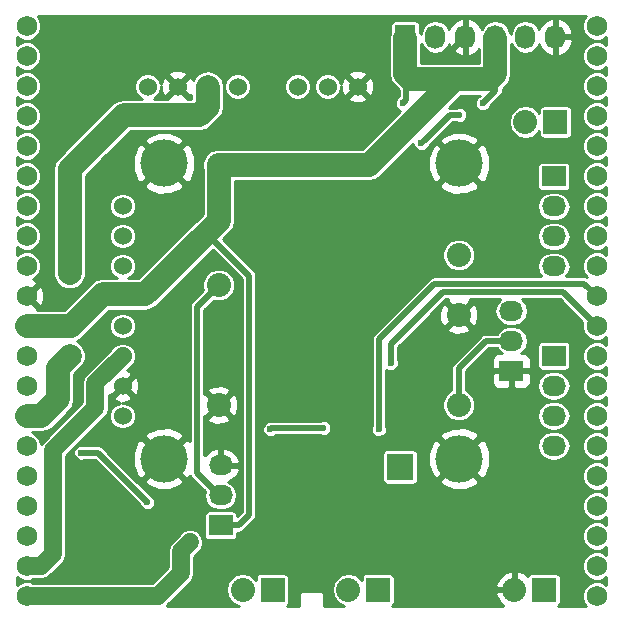
<source format=gbl>
G04 #@! TF.FileFunction,Copper,L2,Bot,Signal*
%FSLAX46Y46*%
G04 Gerber Fmt 4.6, Leading zero omitted, Abs format (unit mm)*
G04 Created by KiCad (PCBNEW 4.0.2-stable) date Fri 25 Nov 2016 08:04:00 PM CET*
%MOMM*%
G01*
G04 APERTURE LIST*
%ADD10C,0.100000*%
%ADD11C,1.727200*%
%ADD12R,2.032000X1.727200*%
%ADD13O,2.032000X1.727200*%
%ADD14R,2.235200X2.235200*%
%ADD15C,4.000000*%
%ADD16C,1.524000*%
%ADD17R,1.727200X2.032000*%
%ADD18O,1.727200X2.032000*%
%ADD19R,2.032000X2.032000*%
%ADD20O,2.032000X2.032000*%
%ADD21C,2.032000*%
%ADD22C,0.600000*%
%ADD23C,2.000000*%
%ADD24C,1.500000*%
%ADD25C,0.500000*%
%ADD26C,2.000000*%
%ADD27C,1.500000*%
%ADD28C,0.254000*%
G04 APERTURE END LIST*
D10*
D11*
X124371100Y-80873600D03*
X124371100Y-83413600D03*
X124371100Y-85953600D03*
X124371100Y-88493600D03*
X124371100Y-91033600D03*
X124371100Y-93573600D03*
X124371100Y-96113600D03*
X124371100Y-98653600D03*
X124371100Y-101193600D03*
X124371100Y-103733600D03*
X124371100Y-106273600D03*
X124371100Y-108813600D03*
X124371100Y-111353600D03*
X124371100Y-113893600D03*
X124371100Y-116433600D03*
X124371100Y-118973600D03*
X124371100Y-121513600D03*
X124371100Y-124053600D03*
X124371100Y-126593600D03*
X124371100Y-129133600D03*
X172631100Y-129133600D03*
X172631100Y-126593600D03*
X172631100Y-124053600D03*
X172631100Y-121513600D03*
X172631100Y-118973600D03*
X172631100Y-116433600D03*
X172631100Y-113893600D03*
X172631100Y-111353600D03*
X172631100Y-108813600D03*
X172631100Y-106273600D03*
X172631100Y-103733600D03*
X172631100Y-101193600D03*
X172631100Y-98653600D03*
X172631100Y-96113600D03*
X172631100Y-93573600D03*
X172631100Y-91033600D03*
X172631100Y-88493600D03*
X172631100Y-85953600D03*
X172631100Y-83413600D03*
X172631100Y-80873600D03*
D12*
X140800000Y-123140000D03*
D13*
X140800000Y-120600000D03*
X140800000Y-118060000D03*
D12*
X165400000Y-110080000D03*
D13*
X165400000Y-107540000D03*
X165400000Y-105000000D03*
D14*
X156000000Y-118200000D03*
D15*
X136000000Y-117500000D03*
X161000000Y-117500000D03*
X136000000Y-92500000D03*
X161000000Y-92500000D03*
D16*
X152390000Y-86000000D03*
X149850000Y-86000000D03*
X147310000Y-86000000D03*
X142230000Y-86000000D03*
X139690000Y-86000000D03*
X137150000Y-86000000D03*
X134610000Y-86000000D03*
X132500000Y-96110000D03*
X132500000Y-98650000D03*
X132500000Y-101190000D03*
X132500000Y-106270000D03*
X132500000Y-108810000D03*
X132500000Y-111350000D03*
X132500000Y-113890000D03*
D17*
X156420000Y-81800000D03*
D18*
X158960000Y-81800000D03*
X161500000Y-81800000D03*
X164040000Y-81800000D03*
X166580000Y-81800000D03*
X169120000Y-81800000D03*
D19*
X169140000Y-89000000D03*
D20*
X166600000Y-89000000D03*
D12*
X169000000Y-93600000D03*
D13*
X169000000Y-96140000D03*
X169000000Y-98680000D03*
X169000000Y-101220000D03*
D12*
X169000000Y-108800000D03*
D13*
X169000000Y-111340000D03*
X169000000Y-113880000D03*
X169000000Y-116420000D03*
D19*
X168200000Y-128600000D03*
D20*
X165660000Y-128600000D03*
D19*
X154140000Y-128600000D03*
D20*
X151600000Y-128600000D03*
D19*
X145200000Y-128600000D03*
D20*
X142660000Y-128600000D03*
D21*
X140640000Y-112960000D03*
X140640000Y-102800000D03*
X140640000Y-92640000D03*
X160960000Y-112960000D03*
X160960000Y-105340000D03*
X160960000Y-100260000D03*
D22*
X134871116Y-127208708D03*
X129400000Y-121400000D03*
X158000000Y-83400000D03*
X149400000Y-121200000D03*
X163000000Y-87400000D03*
X156200000Y-87400000D03*
X157800000Y-90800000D03*
D23*
X128000000Y-101800002D03*
X128000000Y-108800000D03*
D22*
X161000000Y-88400000D03*
D24*
X138199998Y-124600000D03*
D22*
X145000000Y-115000000D03*
X155200000Y-109400000D03*
X149495000Y-114905000D03*
X154200000Y-115000000D03*
X128999996Y-117000000D03*
X134600000Y-121200000D03*
D25*
X161500000Y-81800000D02*
X159900000Y-83400000D01*
X159900000Y-83400000D02*
X158000000Y-83400000D01*
X140800000Y-123140000D02*
X142316000Y-123140000D01*
X142316000Y-123140000D02*
X143200000Y-122256000D01*
X143200000Y-122256000D02*
X143200000Y-102000000D01*
X143200000Y-102000000D02*
X140000000Y-98800000D01*
X140000000Y-98800000D02*
X139200000Y-98800000D01*
D26*
X139200000Y-98800000D02*
X134400000Y-103600000D01*
X134400000Y-103600000D02*
X130800000Y-103600000D01*
X130800000Y-103600000D02*
X128126400Y-106273600D01*
X128126400Y-106273600D02*
X124371100Y-106273600D01*
X163556000Y-85400000D02*
X160600000Y-85400000D01*
X160600000Y-85400000D02*
X156904000Y-85400000D01*
X153360000Y-92640000D02*
X160600000Y-85400000D01*
X164040000Y-84916000D02*
X163556000Y-85400000D01*
X156904000Y-85400000D02*
X156420000Y-84916000D01*
X140640000Y-97360000D02*
X139200000Y-98800000D01*
X140640000Y-92640000D02*
X140640000Y-97360000D01*
X140640000Y-92640000D02*
X153360000Y-92640000D01*
D25*
X163000000Y-87400000D02*
X164040000Y-86360000D01*
X164040000Y-86360000D02*
X164040000Y-84916000D01*
X156200000Y-87400000D02*
X156499999Y-87100001D01*
X156499999Y-87100001D02*
X156499999Y-84995999D01*
X156499999Y-84995999D02*
X156420000Y-84916000D01*
D26*
X156420000Y-84916000D02*
X156420000Y-81900000D01*
X164040000Y-81900000D02*
X164040000Y-84916000D01*
X139690000Y-86000000D02*
X139690000Y-87710000D01*
X132600000Y-88400000D02*
X128000000Y-93000000D01*
X128000000Y-100385789D02*
X128000000Y-101800002D01*
X139690000Y-87710000D02*
X139000000Y-88400000D01*
X139000000Y-88400000D02*
X132600000Y-88400000D01*
X128000000Y-93000000D02*
X128000000Y-100385789D01*
D25*
X160200000Y-88400000D02*
X158099999Y-90500001D01*
X158099999Y-90500001D02*
X157800000Y-90800000D01*
X161000000Y-88400000D02*
X160200000Y-88400000D01*
D26*
X128000000Y-108800000D02*
X127000001Y-109799999D01*
X127000001Y-109799999D02*
X127000001Y-112486013D01*
X127000001Y-112486013D02*
X125592414Y-113893600D01*
X125592414Y-113893600D02*
X124371100Y-113893600D01*
D27*
X132500000Y-108810000D02*
X130200000Y-111110000D01*
X130200000Y-111110000D02*
X130200000Y-113200000D01*
X130200000Y-113200000D02*
X126600000Y-116800000D01*
X126600000Y-116800000D02*
X126600000Y-125586014D01*
X126600000Y-125586014D02*
X125592414Y-126593600D01*
X125592414Y-126593600D02*
X124371100Y-126593600D01*
X124371100Y-129133600D02*
X135466400Y-129133600D01*
X135466400Y-129133600D02*
X137449999Y-127150001D01*
X137449999Y-127150001D02*
X137449999Y-125349999D01*
X137449999Y-125349999D02*
X138199998Y-124600000D01*
D25*
X145095000Y-114905000D02*
X145000000Y-115000000D01*
X149495000Y-114905000D02*
X145095000Y-114905000D01*
X172631100Y-106273600D02*
X169757500Y-103400000D01*
X169757500Y-103400000D02*
X159600000Y-103400000D01*
X159600000Y-103400000D02*
X155200000Y-107800000D01*
X155200000Y-107800000D02*
X155200000Y-109400000D01*
X172631100Y-103733600D02*
X171597489Y-102699989D01*
X154200000Y-114575736D02*
X154200000Y-115000000D01*
X171597489Y-102699989D02*
X158900011Y-102699989D01*
X158900011Y-102699989D02*
X154200000Y-107400000D01*
X154200000Y-107400000D02*
X154200000Y-114575736D01*
X140800000Y-120600000D02*
X140647600Y-120600000D01*
X140647600Y-120600000D02*
X138800000Y-118752400D01*
X138800000Y-104640000D02*
X139624001Y-103815999D01*
X138800000Y-118752400D02*
X138800000Y-104640000D01*
X139624001Y-103815999D02*
X140640000Y-102800000D01*
X165400000Y-107540000D02*
X163260000Y-107540000D01*
X163260000Y-107540000D02*
X160960000Y-109840000D01*
X160960000Y-109840000D02*
X160960000Y-112960000D01*
X129424260Y-117000000D02*
X128999996Y-117000000D01*
X130400000Y-117000000D02*
X129424260Y-117000000D01*
X134600000Y-121200000D02*
X130400000Y-117000000D01*
D28*
G36*
X171579984Y-80169939D02*
X171390716Y-80625747D01*
X171390285Y-81119288D01*
X171578757Y-81575425D01*
X171927439Y-81924716D01*
X172383247Y-82113984D01*
X172876788Y-82114415D01*
X173332925Y-81925943D01*
X173449100Y-81809971D01*
X173449100Y-82477023D01*
X173334761Y-82362484D01*
X172878953Y-82173216D01*
X172385412Y-82172785D01*
X171929275Y-82361257D01*
X171579984Y-82709939D01*
X171390716Y-83165747D01*
X171390285Y-83659288D01*
X171578757Y-84115425D01*
X171927439Y-84464716D01*
X172383247Y-84653984D01*
X172876788Y-84654415D01*
X173332925Y-84465943D01*
X173449100Y-84349971D01*
X173449100Y-85017023D01*
X173334761Y-84902484D01*
X172878953Y-84713216D01*
X172385412Y-84712785D01*
X171929275Y-84901257D01*
X171579984Y-85249939D01*
X171390716Y-85705747D01*
X171390285Y-86199288D01*
X171578757Y-86655425D01*
X171927439Y-87004716D01*
X172383247Y-87193984D01*
X172876788Y-87194415D01*
X173332925Y-87005943D01*
X173449100Y-86889971D01*
X173449100Y-87557023D01*
X173334761Y-87442484D01*
X172878953Y-87253216D01*
X172385412Y-87252785D01*
X171929275Y-87441257D01*
X171579984Y-87789939D01*
X171390716Y-88245747D01*
X171390285Y-88739288D01*
X171578757Y-89195425D01*
X171927439Y-89544716D01*
X172383247Y-89733984D01*
X172876788Y-89734415D01*
X173332925Y-89545943D01*
X173449100Y-89429971D01*
X173449100Y-90097023D01*
X173334761Y-89982484D01*
X172878953Y-89793216D01*
X172385412Y-89792785D01*
X171929275Y-89981257D01*
X171579984Y-90329939D01*
X171390716Y-90785747D01*
X171390285Y-91279288D01*
X171578757Y-91735425D01*
X171927439Y-92084716D01*
X172383247Y-92273984D01*
X172876788Y-92274415D01*
X173332925Y-92085943D01*
X173449100Y-91969971D01*
X173449100Y-92637023D01*
X173334761Y-92522484D01*
X172878953Y-92333216D01*
X172385412Y-92332785D01*
X171929275Y-92521257D01*
X171579984Y-92869939D01*
X171390716Y-93325747D01*
X171390285Y-93819288D01*
X171578757Y-94275425D01*
X171927439Y-94624716D01*
X172383247Y-94813984D01*
X172876788Y-94814415D01*
X173332925Y-94625943D01*
X173449100Y-94509971D01*
X173449100Y-95177023D01*
X173334761Y-95062484D01*
X172878953Y-94873216D01*
X172385412Y-94872785D01*
X171929275Y-95061257D01*
X171579984Y-95409939D01*
X171390716Y-95865747D01*
X171390285Y-96359288D01*
X171578757Y-96815425D01*
X171927439Y-97164716D01*
X172383247Y-97353984D01*
X172876788Y-97354415D01*
X173332925Y-97165943D01*
X173449100Y-97049971D01*
X173449100Y-97717023D01*
X173334761Y-97602484D01*
X172878953Y-97413216D01*
X172385412Y-97412785D01*
X171929275Y-97601257D01*
X171579984Y-97949939D01*
X171390716Y-98405747D01*
X171390285Y-98899288D01*
X171578757Y-99355425D01*
X171927439Y-99704716D01*
X172383247Y-99893984D01*
X172876788Y-99894415D01*
X173332925Y-99705943D01*
X173449100Y-99589971D01*
X173449100Y-100257023D01*
X173334761Y-100142484D01*
X172878953Y-99953216D01*
X172385412Y-99952785D01*
X171929275Y-100141257D01*
X171579984Y-100489939D01*
X171390716Y-100945747D01*
X171390285Y-101439288D01*
X171578757Y-101895425D01*
X171795288Y-102112334D01*
X171597489Y-102072989D01*
X170073129Y-102072989D01*
X170325855Y-101694757D01*
X170420290Y-101220000D01*
X170325855Y-100745243D01*
X170056927Y-100342763D01*
X169654447Y-100073835D01*
X169179690Y-99979400D01*
X168820310Y-99979400D01*
X168345553Y-100073835D01*
X167943073Y-100342763D01*
X167674145Y-100745243D01*
X167579710Y-101220000D01*
X167674145Y-101694757D01*
X167926871Y-102072989D01*
X158900011Y-102072989D01*
X158660068Y-102120717D01*
X158456655Y-102256633D01*
X153756644Y-106956644D01*
X153620728Y-107160057D01*
X153573000Y-107400000D01*
X153573000Y-114744617D01*
X153523118Y-114864746D01*
X153522883Y-115134073D01*
X153625733Y-115382989D01*
X153816010Y-115573598D01*
X154064746Y-115676882D01*
X154334073Y-115677117D01*
X154460259Y-115624978D01*
X159304584Y-115624978D01*
X161000000Y-117320395D01*
X162695416Y-115624978D01*
X162474647Y-115254257D01*
X161502988Y-114860881D01*
X160454753Y-114869287D01*
X159525353Y-115254257D01*
X159304584Y-115624978D01*
X154460259Y-115624978D01*
X154582989Y-115574267D01*
X154773598Y-115383990D01*
X154876882Y-115135254D01*
X154877117Y-114865927D01*
X154827000Y-114744635D01*
X154827000Y-113235869D01*
X159566759Y-113235869D01*
X159778384Y-113748040D01*
X160169899Y-114140239D01*
X160681700Y-114352757D01*
X161235869Y-114353241D01*
X161748040Y-114141616D01*
X162010113Y-113880000D01*
X167579710Y-113880000D01*
X167674145Y-114354757D01*
X167943073Y-114757237D01*
X168345553Y-115026165D01*
X168820310Y-115120600D01*
X169179690Y-115120600D01*
X169654447Y-115026165D01*
X170056927Y-114757237D01*
X170325855Y-114354757D01*
X170420290Y-113880000D01*
X170325855Y-113405243D01*
X170056927Y-113002763D01*
X169654447Y-112733835D01*
X169179690Y-112639400D01*
X168820310Y-112639400D01*
X168345553Y-112733835D01*
X167943073Y-113002763D01*
X167674145Y-113405243D01*
X167579710Y-113880000D01*
X162010113Y-113880000D01*
X162140239Y-113750101D01*
X162352757Y-113238300D01*
X162353241Y-112684131D01*
X162141616Y-112171960D01*
X161750101Y-111779761D01*
X161587000Y-111712036D01*
X161587000Y-110365750D01*
X163749000Y-110365750D01*
X163749000Y-111069910D01*
X163845673Y-111303299D01*
X164024302Y-111481927D01*
X164257691Y-111578600D01*
X165114250Y-111578600D01*
X165273000Y-111419850D01*
X165273000Y-110207000D01*
X165527000Y-110207000D01*
X165527000Y-111419850D01*
X165685750Y-111578600D01*
X166542309Y-111578600D01*
X166775698Y-111481927D01*
X166917625Y-111340000D01*
X167579710Y-111340000D01*
X167674145Y-111814757D01*
X167943073Y-112217237D01*
X168345553Y-112486165D01*
X168820310Y-112580600D01*
X169179690Y-112580600D01*
X169654447Y-112486165D01*
X170056927Y-112217237D01*
X170325855Y-111814757D01*
X170420290Y-111340000D01*
X170325855Y-110865243D01*
X170056927Y-110462763D01*
X169654447Y-110193835D01*
X169179690Y-110099400D01*
X168820310Y-110099400D01*
X168345553Y-110193835D01*
X167943073Y-110462763D01*
X167674145Y-110865243D01*
X167579710Y-111340000D01*
X166917625Y-111340000D01*
X166954327Y-111303299D01*
X167051000Y-111069910D01*
X167051000Y-110365750D01*
X166892250Y-110207000D01*
X165527000Y-110207000D01*
X165273000Y-110207000D01*
X163907750Y-110207000D01*
X163749000Y-110365750D01*
X161587000Y-110365750D01*
X161587000Y-110099712D01*
X163519712Y-108167000D01*
X164175870Y-108167000D01*
X164343073Y-108417237D01*
X164588761Y-108581400D01*
X164257691Y-108581400D01*
X164024302Y-108678073D01*
X163845673Y-108856701D01*
X163749000Y-109090090D01*
X163749000Y-109794250D01*
X163907750Y-109953000D01*
X165273000Y-109953000D01*
X165273000Y-109933000D01*
X165527000Y-109933000D01*
X165527000Y-109953000D01*
X166892250Y-109953000D01*
X167051000Y-109794250D01*
X167051000Y-109090090D01*
X166954327Y-108856701D01*
X166775698Y-108678073D01*
X166542309Y-108581400D01*
X166211239Y-108581400D01*
X166456927Y-108417237D01*
X166725855Y-108014757D01*
X166741441Y-107936400D01*
X167599615Y-107936400D01*
X167599615Y-109663600D01*
X167625903Y-109803308D01*
X167708470Y-109931620D01*
X167834453Y-110017701D01*
X167984000Y-110047985D01*
X170016000Y-110047985D01*
X170155708Y-110021697D01*
X170284020Y-109939130D01*
X170370101Y-109813147D01*
X170400385Y-109663600D01*
X170400385Y-107936400D01*
X170374097Y-107796692D01*
X170291530Y-107668380D01*
X170165547Y-107582299D01*
X170016000Y-107552015D01*
X167984000Y-107552015D01*
X167844292Y-107578303D01*
X167715980Y-107660870D01*
X167629899Y-107786853D01*
X167599615Y-107936400D01*
X166741441Y-107936400D01*
X166820290Y-107540000D01*
X166725855Y-107065243D01*
X166456927Y-106662763D01*
X166054447Y-106393835D01*
X165579690Y-106299400D01*
X165220310Y-106299400D01*
X164745553Y-106393835D01*
X164343073Y-106662763D01*
X164175870Y-106913000D01*
X163260000Y-106913000D01*
X163020057Y-106960728D01*
X162863639Y-107065243D01*
X162816644Y-107096644D01*
X160516644Y-109396644D01*
X160380728Y-109600057D01*
X160333000Y-109840000D01*
X160333000Y-111711844D01*
X160171960Y-111778384D01*
X159779761Y-112169899D01*
X159567243Y-112681700D01*
X159566759Y-113235869D01*
X154827000Y-113235869D01*
X154827000Y-109978161D01*
X155064746Y-110076882D01*
X155334073Y-110077117D01*
X155582989Y-109974267D01*
X155773598Y-109783990D01*
X155876882Y-109535254D01*
X155877117Y-109265927D01*
X155827000Y-109144635D01*
X155827000Y-108059712D01*
X157382605Y-106504107D01*
X159975498Y-106504107D01*
X160076120Y-106772622D01*
X160691642Y-107001816D01*
X161348019Y-106978014D01*
X161843880Y-106772622D01*
X161944502Y-106504107D01*
X160960000Y-105519605D01*
X159975498Y-106504107D01*
X157382605Y-106504107D01*
X158815070Y-105071642D01*
X159298184Y-105071642D01*
X159321986Y-105728019D01*
X159527378Y-106223880D01*
X159795893Y-106324502D01*
X160780395Y-105340000D01*
X161139605Y-105340000D01*
X162124107Y-106324502D01*
X162392622Y-106223880D01*
X162621816Y-105608358D01*
X162598014Y-104951981D01*
X162392622Y-104456120D01*
X162124107Y-104355498D01*
X161139605Y-105340000D01*
X160780395Y-105340000D01*
X159795893Y-104355498D01*
X159527378Y-104456120D01*
X159298184Y-105071642D01*
X158815070Y-105071642D01*
X159859712Y-104027000D01*
X160031293Y-104027000D01*
X159975498Y-104175893D01*
X160960000Y-105160395D01*
X161944502Y-104175893D01*
X161888707Y-104027000D01*
X164486393Y-104027000D01*
X164343073Y-104122763D01*
X164074145Y-104525243D01*
X163979710Y-105000000D01*
X164074145Y-105474757D01*
X164343073Y-105877237D01*
X164745553Y-106146165D01*
X165220310Y-106240600D01*
X165579690Y-106240600D01*
X166054447Y-106146165D01*
X166456927Y-105877237D01*
X166725855Y-105474757D01*
X166820290Y-105000000D01*
X166725855Y-104525243D01*
X166456927Y-104122763D01*
X166313607Y-104027000D01*
X169497788Y-104027000D01*
X171421764Y-105950976D01*
X171390716Y-106025747D01*
X171390285Y-106519288D01*
X171578757Y-106975425D01*
X171927439Y-107324716D01*
X172383247Y-107513984D01*
X172876788Y-107514415D01*
X173332925Y-107325943D01*
X173449100Y-107209971D01*
X173449100Y-107877023D01*
X173334761Y-107762484D01*
X172878953Y-107573216D01*
X172385412Y-107572785D01*
X171929275Y-107761257D01*
X171579984Y-108109939D01*
X171390716Y-108565747D01*
X171390285Y-109059288D01*
X171578757Y-109515425D01*
X171927439Y-109864716D01*
X172383247Y-110053984D01*
X172876788Y-110054415D01*
X173332925Y-109865943D01*
X173449100Y-109749971D01*
X173449100Y-110417023D01*
X173334761Y-110302484D01*
X172878953Y-110113216D01*
X172385412Y-110112785D01*
X171929275Y-110301257D01*
X171579984Y-110649939D01*
X171390716Y-111105747D01*
X171390285Y-111599288D01*
X171578757Y-112055425D01*
X171927439Y-112404716D01*
X172383247Y-112593984D01*
X172876788Y-112594415D01*
X173332925Y-112405943D01*
X173449100Y-112289971D01*
X173449100Y-112957023D01*
X173334761Y-112842484D01*
X172878953Y-112653216D01*
X172385412Y-112652785D01*
X171929275Y-112841257D01*
X171579984Y-113189939D01*
X171390716Y-113645747D01*
X171390285Y-114139288D01*
X171578757Y-114595425D01*
X171927439Y-114944716D01*
X172383247Y-115133984D01*
X172876788Y-115134415D01*
X173332925Y-114945943D01*
X173449100Y-114829971D01*
X173449100Y-115497023D01*
X173334761Y-115382484D01*
X172878953Y-115193216D01*
X172385412Y-115192785D01*
X171929275Y-115381257D01*
X171579984Y-115729939D01*
X171390716Y-116185747D01*
X171390285Y-116679288D01*
X171578757Y-117135425D01*
X171927439Y-117484716D01*
X172383247Y-117673984D01*
X172876788Y-117674415D01*
X173332925Y-117485943D01*
X173449100Y-117369971D01*
X173449100Y-118037023D01*
X173334761Y-117922484D01*
X172878953Y-117733216D01*
X172385412Y-117732785D01*
X171929275Y-117921257D01*
X171579984Y-118269939D01*
X171390716Y-118725747D01*
X171390285Y-119219288D01*
X171578757Y-119675425D01*
X171927439Y-120024716D01*
X172383247Y-120213984D01*
X172876788Y-120214415D01*
X173332925Y-120025943D01*
X173449100Y-119909971D01*
X173449100Y-120577023D01*
X173334761Y-120462484D01*
X172878953Y-120273216D01*
X172385412Y-120272785D01*
X171929275Y-120461257D01*
X171579984Y-120809939D01*
X171390716Y-121265747D01*
X171390285Y-121759288D01*
X171578757Y-122215425D01*
X171927439Y-122564716D01*
X172383247Y-122753984D01*
X172876788Y-122754415D01*
X173332925Y-122565943D01*
X173449100Y-122449971D01*
X173449100Y-123117023D01*
X173334761Y-123002484D01*
X172878953Y-122813216D01*
X172385412Y-122812785D01*
X171929275Y-123001257D01*
X171579984Y-123349939D01*
X171390716Y-123805747D01*
X171390285Y-124299288D01*
X171578757Y-124755425D01*
X171927439Y-125104716D01*
X172383247Y-125293984D01*
X172876788Y-125294415D01*
X173332925Y-125105943D01*
X173449100Y-124989971D01*
X173449100Y-125657023D01*
X173334761Y-125542484D01*
X172878953Y-125353216D01*
X172385412Y-125352785D01*
X171929275Y-125541257D01*
X171579984Y-125889939D01*
X171390716Y-126345747D01*
X171390285Y-126839288D01*
X171578757Y-127295425D01*
X171927439Y-127644716D01*
X172383247Y-127833984D01*
X172876788Y-127834415D01*
X173332925Y-127645943D01*
X173449100Y-127529971D01*
X173449100Y-128197023D01*
X173334761Y-128082484D01*
X172878953Y-127893216D01*
X172385412Y-127892785D01*
X171929275Y-128081257D01*
X171579984Y-128429939D01*
X171390716Y-128885747D01*
X171390285Y-129379288D01*
X171578757Y-129835425D01*
X171694729Y-129951600D01*
X169390669Y-129951600D01*
X169484020Y-129891530D01*
X169570101Y-129765547D01*
X169600385Y-129616000D01*
X169600385Y-127584000D01*
X169574097Y-127444292D01*
X169491530Y-127315980D01*
X169365547Y-127229899D01*
X169216000Y-127199615D01*
X167184000Y-127199615D01*
X167044292Y-127225903D01*
X166915980Y-127308470D01*
X166829899Y-127434453D01*
X166822730Y-127469855D01*
X166524818Y-127193615D01*
X166042944Y-126994025D01*
X165787000Y-127113164D01*
X165787000Y-128473000D01*
X165807000Y-128473000D01*
X165807000Y-128727000D01*
X165787000Y-128727000D01*
X165787000Y-128747000D01*
X165533000Y-128747000D01*
X165533000Y-128727000D01*
X164172633Y-128727000D01*
X164054017Y-128982946D01*
X164322812Y-129568379D01*
X164736099Y-129951600D01*
X155330669Y-129951600D01*
X155424020Y-129891530D01*
X155510101Y-129765547D01*
X155540385Y-129616000D01*
X155540385Y-128217054D01*
X164054017Y-128217054D01*
X164172633Y-128473000D01*
X165533000Y-128473000D01*
X165533000Y-127113164D01*
X165277056Y-126994025D01*
X164795182Y-127193615D01*
X164322812Y-127631621D01*
X164054017Y-128217054D01*
X155540385Y-128217054D01*
X155540385Y-127584000D01*
X155514097Y-127444292D01*
X155431530Y-127315980D01*
X155305547Y-127229899D01*
X155156000Y-127199615D01*
X153124000Y-127199615D01*
X152984292Y-127225903D01*
X152855980Y-127308470D01*
X152769899Y-127434453D01*
X152739615Y-127584000D01*
X152739615Y-127819108D01*
X152585000Y-127587710D01*
X152133078Y-127285746D01*
X151600000Y-127179710D01*
X151066922Y-127285746D01*
X150615000Y-127587710D01*
X150313036Y-128039632D01*
X150207000Y-128572710D01*
X150207000Y-128627290D01*
X150313036Y-129160368D01*
X150615000Y-129612290D01*
X151066922Y-129914254D01*
X151254673Y-129951600D01*
X149588100Y-129951600D01*
X149588100Y-129133600D01*
X149553694Y-128960627D01*
X149455712Y-128813988D01*
X149309073Y-128716006D01*
X149136100Y-128681600D01*
X147866100Y-128681600D01*
X147693127Y-128716006D01*
X147546488Y-128813988D01*
X147448506Y-128960627D01*
X147414100Y-129133600D01*
X147414100Y-129951600D01*
X146390669Y-129951600D01*
X146484020Y-129891530D01*
X146570101Y-129765547D01*
X146600385Y-129616000D01*
X146600385Y-127584000D01*
X146574097Y-127444292D01*
X146491530Y-127315980D01*
X146365547Y-127229899D01*
X146216000Y-127199615D01*
X144184000Y-127199615D01*
X144044292Y-127225903D01*
X143915980Y-127308470D01*
X143829899Y-127434453D01*
X143799615Y-127584000D01*
X143799615Y-127819108D01*
X143645000Y-127587710D01*
X143193078Y-127285746D01*
X142660000Y-127179710D01*
X142126922Y-127285746D01*
X141675000Y-127587710D01*
X141373036Y-128039632D01*
X141267000Y-128572710D01*
X141267000Y-128627290D01*
X141373036Y-129160368D01*
X141675000Y-129612290D01*
X142126922Y-129914254D01*
X142314673Y-129951600D01*
X136231744Y-129951600D01*
X136263309Y-129930509D01*
X138246909Y-127946910D01*
X138491211Y-127581285D01*
X138576999Y-127150001D01*
X138576999Y-125816817D01*
X138996908Y-125396909D01*
X139154865Y-125239228D01*
X139326802Y-124825158D01*
X139327193Y-124376809D01*
X139155979Y-123962440D01*
X138996910Y-123803092D01*
X138996906Y-123803088D01*
X138839226Y-123645133D01*
X138425156Y-123473196D01*
X137976807Y-123472805D01*
X137562438Y-123644019D01*
X137245131Y-123960772D01*
X137244935Y-123961244D01*
X136653090Y-124553090D01*
X136408787Y-124918715D01*
X136322999Y-125349999D01*
X136322999Y-126683182D01*
X134999582Y-128006600D01*
X124892012Y-128006600D01*
X124618953Y-127893216D01*
X124125412Y-127892785D01*
X123669275Y-128081257D01*
X123553100Y-128197229D01*
X123553100Y-127530177D01*
X123667439Y-127644716D01*
X124123247Y-127833984D01*
X124616788Y-127834415D01*
X124892241Y-127720600D01*
X125592414Y-127720600D01*
X126023698Y-127634812D01*
X126389323Y-127390509D01*
X127396909Y-126382923D01*
X127641212Y-126017298D01*
X127727000Y-125586014D01*
X127727000Y-117266818D01*
X127859745Y-117134073D01*
X128322879Y-117134073D01*
X128425729Y-117382989D01*
X128616006Y-117573598D01*
X128864742Y-117676882D01*
X129134069Y-117677117D01*
X129255361Y-117627000D01*
X130140288Y-117627000D01*
X133976061Y-121462773D01*
X134025733Y-121582989D01*
X134216010Y-121773598D01*
X134464746Y-121876882D01*
X134734073Y-121877117D01*
X134982989Y-121774267D01*
X135173598Y-121583990D01*
X135276882Y-121335254D01*
X135277117Y-121065927D01*
X135174267Y-120817011D01*
X134983990Y-120626402D01*
X134862786Y-120576074D01*
X133661734Y-119375022D01*
X134304584Y-119375022D01*
X134525353Y-119745743D01*
X135497012Y-120139119D01*
X136545247Y-120130713D01*
X137474647Y-119745743D01*
X137695416Y-119375022D01*
X136000000Y-117679605D01*
X134304584Y-119375022D01*
X133661734Y-119375022D01*
X131283724Y-116997012D01*
X133360881Y-116997012D01*
X133369287Y-118045247D01*
X133754257Y-118974647D01*
X134124978Y-119195416D01*
X135820395Y-117500000D01*
X136179605Y-117500000D01*
X137875022Y-119195416D01*
X138220230Y-118989840D01*
X138220728Y-118992343D01*
X138356417Y-119195416D01*
X138356644Y-119195756D01*
X139442951Y-120282063D01*
X139379710Y-120600000D01*
X139474145Y-121074757D01*
X139743073Y-121477237D01*
X140145553Y-121746165D01*
X140620310Y-121840600D01*
X140979690Y-121840600D01*
X141454447Y-121746165D01*
X141856927Y-121477237D01*
X142125855Y-121074757D01*
X142220290Y-120600000D01*
X142125855Y-120125243D01*
X141856927Y-119722763D01*
X141454447Y-119453835D01*
X141434439Y-119449855D01*
X141714320Y-119351954D01*
X142150732Y-118962036D01*
X142404709Y-118434791D01*
X142407358Y-118419026D01*
X142286217Y-118187000D01*
X140927000Y-118187000D01*
X140927000Y-118207000D01*
X140673000Y-118207000D01*
X140673000Y-118187000D01*
X140653000Y-118187000D01*
X140653000Y-117933000D01*
X140673000Y-117933000D01*
X140673000Y-116719076D01*
X140927000Y-116719076D01*
X140927000Y-117933000D01*
X142286217Y-117933000D01*
X142407358Y-117700974D01*
X142404709Y-117685209D01*
X142150732Y-117157964D01*
X141714320Y-116768046D01*
X141161913Y-116574816D01*
X140927000Y-116719076D01*
X140673000Y-116719076D01*
X140438087Y-116574816D01*
X139885680Y-116768046D01*
X139449268Y-117157964D01*
X139427000Y-117204191D01*
X139427000Y-114124107D01*
X139655498Y-114124107D01*
X139756120Y-114392622D01*
X140371642Y-114621816D01*
X141028019Y-114598014D01*
X141523880Y-114392622D01*
X141624502Y-114124107D01*
X140640000Y-113139605D01*
X139655498Y-114124107D01*
X139427000Y-114124107D01*
X139427000Y-113926180D01*
X139475893Y-113944502D01*
X140460395Y-112960000D01*
X140819605Y-112960000D01*
X141804107Y-113944502D01*
X142072622Y-113843880D01*
X142301816Y-113228358D01*
X142278014Y-112571981D01*
X142072622Y-112076120D01*
X141804107Y-111975498D01*
X140819605Y-112960000D01*
X140460395Y-112960000D01*
X139475893Y-111975498D01*
X139427000Y-111993820D01*
X139427000Y-111795893D01*
X139655498Y-111795893D01*
X140640000Y-112780395D01*
X141624502Y-111795893D01*
X141523880Y-111527378D01*
X140908358Y-111298184D01*
X140251981Y-111321986D01*
X139756120Y-111527378D01*
X139655498Y-111795893D01*
X139427000Y-111795893D01*
X139427000Y-104899712D01*
X140200776Y-104125936D01*
X140361700Y-104192757D01*
X140915869Y-104193241D01*
X141428040Y-103981616D01*
X141820239Y-103590101D01*
X142032757Y-103078300D01*
X142033241Y-102524131D01*
X141821616Y-102011960D01*
X141430101Y-101619761D01*
X140918300Y-101407243D01*
X140364131Y-101406759D01*
X139851960Y-101618384D01*
X139459761Y-102009899D01*
X139247243Y-102521700D01*
X139246759Y-103075869D01*
X139314200Y-103239088D01*
X138356644Y-104196644D01*
X138220728Y-104400057D01*
X138173000Y-104640000D01*
X138173000Y-115982034D01*
X137875022Y-115804584D01*
X136179605Y-117500000D01*
X135820395Y-117500000D01*
X134124978Y-115804584D01*
X133754257Y-116025353D01*
X133360881Y-116997012D01*
X131283724Y-116997012D01*
X130843356Y-116556644D01*
X130639943Y-116420728D01*
X130400000Y-116373000D01*
X129255379Y-116373000D01*
X129135250Y-116323118D01*
X128865923Y-116322883D01*
X128617007Y-116425733D01*
X128426398Y-116616010D01*
X128323114Y-116864746D01*
X128322879Y-117134073D01*
X127859745Y-117134073D01*
X129368840Y-115624978D01*
X134304584Y-115624978D01*
X136000000Y-117320395D01*
X137695416Y-115624978D01*
X137474647Y-115254257D01*
X136502988Y-114860881D01*
X135454753Y-114869287D01*
X134525353Y-115254257D01*
X134304584Y-115624978D01*
X129368840Y-115624978D01*
X130878251Y-114115567D01*
X131360803Y-114115567D01*
X131533840Y-114534349D01*
X131853966Y-114855034D01*
X132272445Y-115028802D01*
X132725567Y-115029197D01*
X133144349Y-114856160D01*
X133465034Y-114536034D01*
X133638802Y-114117555D01*
X133639197Y-113664433D01*
X133466160Y-113245651D01*
X133146034Y-112924966D01*
X132727555Y-112751198D01*
X132455791Y-112750961D01*
X132847368Y-112731362D01*
X133231143Y-112572397D01*
X133300608Y-112330213D01*
X132500000Y-111529605D01*
X131699392Y-112330213D01*
X131768857Y-112572397D01*
X132271880Y-112751858D01*
X131855651Y-112923840D01*
X131534966Y-113243966D01*
X131361198Y-113662445D01*
X131360803Y-114115567D01*
X130878251Y-114115567D01*
X130996909Y-113996909D01*
X131241212Y-113631284D01*
X131327000Y-113200000D01*
X131327000Y-112095311D01*
X131519787Y-112150608D01*
X132320395Y-111350000D01*
X132679605Y-111350000D01*
X133480213Y-112150608D01*
X133722397Y-112081143D01*
X133909144Y-111557698D01*
X133881362Y-111002632D01*
X133722397Y-110618857D01*
X133480213Y-110549392D01*
X132679605Y-111350000D01*
X132320395Y-111350000D01*
X132306253Y-111335858D01*
X132485858Y-111156253D01*
X132500000Y-111170395D01*
X133300608Y-110369787D01*
X133231143Y-110127603D01*
X132895840Y-110007978D01*
X133115905Y-109787913D01*
X133144349Y-109776160D01*
X133465034Y-109456034D01*
X133638802Y-109037555D01*
X133639197Y-108584433D01*
X133466160Y-108165651D01*
X133146034Y-107844966D01*
X132727555Y-107671198D01*
X132274433Y-107670803D01*
X131855651Y-107843840D01*
X131534966Y-108163966D01*
X131522717Y-108193465D01*
X129403091Y-110313091D01*
X129158788Y-110678716D01*
X129073000Y-111110000D01*
X129073000Y-112733182D01*
X125803091Y-116003091D01*
X125611826Y-116289338D01*
X125611915Y-116187912D01*
X125423443Y-115731775D01*
X125074761Y-115382484D01*
X124805314Y-115270600D01*
X125592414Y-115270600D01*
X126119369Y-115165782D01*
X126566100Y-114867286D01*
X127973687Y-113459699D01*
X128272183Y-113012968D01*
X128377001Y-112486013D01*
X128377001Y-110370371D01*
X128973686Y-109773686D01*
X129166683Y-109581026D01*
X129376760Y-109075104D01*
X129377238Y-108527299D01*
X129168044Y-108021011D01*
X128781026Y-107633317D01*
X128597145Y-107556963D01*
X128653355Y-107545782D01*
X129100086Y-107247286D01*
X129851805Y-106495567D01*
X131360803Y-106495567D01*
X131533840Y-106914349D01*
X131853966Y-107235034D01*
X132272445Y-107408802D01*
X132725567Y-107409197D01*
X133144349Y-107236160D01*
X133465034Y-106916034D01*
X133638802Y-106497555D01*
X133639197Y-106044433D01*
X133466160Y-105625651D01*
X133146034Y-105304966D01*
X132727555Y-105131198D01*
X132274433Y-105130803D01*
X131855651Y-105303840D01*
X131534966Y-105623966D01*
X131361198Y-106042445D01*
X131360803Y-106495567D01*
X129851805Y-106495567D01*
X131370372Y-104977000D01*
X134400000Y-104977000D01*
X134926955Y-104872182D01*
X135373686Y-104573686D01*
X140130330Y-99817042D01*
X142573000Y-102259712D01*
X142573000Y-121996288D01*
X142200385Y-122368903D01*
X142200385Y-122276400D01*
X142174097Y-122136692D01*
X142091530Y-122008380D01*
X141965547Y-121922299D01*
X141816000Y-121892015D01*
X139784000Y-121892015D01*
X139644292Y-121918303D01*
X139515980Y-122000870D01*
X139429899Y-122126853D01*
X139399615Y-122276400D01*
X139399615Y-124003600D01*
X139425903Y-124143308D01*
X139508470Y-124271620D01*
X139634453Y-124357701D01*
X139784000Y-124387985D01*
X141816000Y-124387985D01*
X141955708Y-124361697D01*
X142084020Y-124279130D01*
X142170101Y-124153147D01*
X142200385Y-124003600D01*
X142200385Y-123767000D01*
X142316000Y-123767000D01*
X142555943Y-123719272D01*
X142759356Y-123583356D01*
X143643356Y-122699356D01*
X143779273Y-122495942D01*
X143827000Y-122256000D01*
X143827000Y-117082400D01*
X154498015Y-117082400D01*
X154498015Y-119317600D01*
X154524303Y-119457308D01*
X154606870Y-119585620D01*
X154732853Y-119671701D01*
X154882400Y-119701985D01*
X157117600Y-119701985D01*
X157257308Y-119675697D01*
X157385620Y-119593130D01*
X157471701Y-119467147D01*
X157490356Y-119375022D01*
X159304584Y-119375022D01*
X159525353Y-119745743D01*
X160497012Y-120139119D01*
X161545247Y-120130713D01*
X162474647Y-119745743D01*
X162695416Y-119375022D01*
X161000000Y-117679605D01*
X159304584Y-119375022D01*
X157490356Y-119375022D01*
X157501985Y-119317600D01*
X157501985Y-117082400D01*
X157485919Y-116997012D01*
X158360881Y-116997012D01*
X158369287Y-118045247D01*
X158754257Y-118974647D01*
X159124978Y-119195416D01*
X160820395Y-117500000D01*
X161179605Y-117500000D01*
X162875022Y-119195416D01*
X163245743Y-118974647D01*
X163639119Y-118002988D01*
X163630713Y-116954753D01*
X163409212Y-116420000D01*
X167579710Y-116420000D01*
X167674145Y-116894757D01*
X167943073Y-117297237D01*
X168345553Y-117566165D01*
X168820310Y-117660600D01*
X169179690Y-117660600D01*
X169654447Y-117566165D01*
X170056927Y-117297237D01*
X170325855Y-116894757D01*
X170420290Y-116420000D01*
X170325855Y-115945243D01*
X170056927Y-115542763D01*
X169654447Y-115273835D01*
X169179690Y-115179400D01*
X168820310Y-115179400D01*
X168345553Y-115273835D01*
X167943073Y-115542763D01*
X167674145Y-115945243D01*
X167579710Y-116420000D01*
X163409212Y-116420000D01*
X163245743Y-116025353D01*
X162875022Y-115804584D01*
X161179605Y-117500000D01*
X160820395Y-117500000D01*
X159124978Y-115804584D01*
X158754257Y-116025353D01*
X158360881Y-116997012D01*
X157485919Y-116997012D01*
X157475697Y-116942692D01*
X157393130Y-116814380D01*
X157267147Y-116728299D01*
X157117600Y-116698015D01*
X154882400Y-116698015D01*
X154742692Y-116724303D01*
X154614380Y-116806870D01*
X154528299Y-116932853D01*
X154498015Y-117082400D01*
X143827000Y-117082400D01*
X143827000Y-115134073D01*
X144322883Y-115134073D01*
X144425733Y-115382989D01*
X144616010Y-115573598D01*
X144864746Y-115676882D01*
X145134073Y-115677117D01*
X145382989Y-115574267D01*
X145425330Y-115532000D01*
X149239617Y-115532000D01*
X149359746Y-115581882D01*
X149629073Y-115582117D01*
X149877989Y-115479267D01*
X150068598Y-115288990D01*
X150171882Y-115040254D01*
X150172117Y-114770927D01*
X150069267Y-114522011D01*
X149878990Y-114331402D01*
X149630254Y-114228118D01*
X149360927Y-114227883D01*
X149239635Y-114278000D01*
X145095000Y-114278000D01*
X144869345Y-114322886D01*
X144865927Y-114322883D01*
X144862740Y-114324200D01*
X144855057Y-114325728D01*
X144848600Y-114330042D01*
X144617011Y-114425733D01*
X144426402Y-114616010D01*
X144323118Y-114864746D01*
X144322883Y-115134073D01*
X143827000Y-115134073D01*
X143827000Y-102000000D01*
X143779272Y-101760057D01*
X143643356Y-101556644D01*
X142622581Y-100535869D01*
X159566759Y-100535869D01*
X159778384Y-101048040D01*
X160169899Y-101440239D01*
X160681700Y-101652757D01*
X161235869Y-101653241D01*
X161748040Y-101441616D01*
X162140239Y-101050101D01*
X162352757Y-100538300D01*
X162353241Y-99984131D01*
X162141616Y-99471960D01*
X161750101Y-99079761D01*
X161238300Y-98867243D01*
X160684131Y-98866759D01*
X160171960Y-99078384D01*
X159779761Y-99469899D01*
X159567243Y-99981700D01*
X159566759Y-100535869D01*
X142622581Y-100535869D01*
X141017042Y-98930330D01*
X141267372Y-98680000D01*
X167579710Y-98680000D01*
X167674145Y-99154757D01*
X167943073Y-99557237D01*
X168345553Y-99826165D01*
X168820310Y-99920600D01*
X169179690Y-99920600D01*
X169654447Y-99826165D01*
X170056927Y-99557237D01*
X170325855Y-99154757D01*
X170420290Y-98680000D01*
X170325855Y-98205243D01*
X170056927Y-97802763D01*
X169654447Y-97533835D01*
X169179690Y-97439400D01*
X168820310Y-97439400D01*
X168345553Y-97533835D01*
X167943073Y-97802763D01*
X167674145Y-98205243D01*
X167579710Y-98680000D01*
X141267372Y-98680000D01*
X141613686Y-98333686D01*
X141912182Y-97886955D01*
X142017000Y-97360000D01*
X142017000Y-96140000D01*
X167579710Y-96140000D01*
X167674145Y-96614757D01*
X167943073Y-97017237D01*
X168345553Y-97286165D01*
X168820310Y-97380600D01*
X169179690Y-97380600D01*
X169654447Y-97286165D01*
X170056927Y-97017237D01*
X170325855Y-96614757D01*
X170420290Y-96140000D01*
X170325855Y-95665243D01*
X170056927Y-95262763D01*
X169654447Y-94993835D01*
X169179690Y-94899400D01*
X168820310Y-94899400D01*
X168345553Y-94993835D01*
X167943073Y-95262763D01*
X167674145Y-95665243D01*
X167579710Y-96140000D01*
X142017000Y-96140000D01*
X142017000Y-94375022D01*
X159304584Y-94375022D01*
X159525353Y-94745743D01*
X160497012Y-95139119D01*
X161545247Y-95130713D01*
X162474647Y-94745743D01*
X162695416Y-94375022D01*
X161000000Y-92679605D01*
X159304584Y-94375022D01*
X142017000Y-94375022D01*
X142017000Y-94017000D01*
X153360000Y-94017000D01*
X153886955Y-93912182D01*
X154333686Y-93613686D01*
X155950360Y-91997012D01*
X158360881Y-91997012D01*
X158369287Y-93045247D01*
X158754257Y-93974647D01*
X159124978Y-94195416D01*
X160820395Y-92500000D01*
X161179605Y-92500000D01*
X162875022Y-94195416D01*
X163245743Y-93974647D01*
X163639119Y-93002988D01*
X163636982Y-92736400D01*
X167599615Y-92736400D01*
X167599615Y-94463600D01*
X167625903Y-94603308D01*
X167708470Y-94731620D01*
X167834453Y-94817701D01*
X167984000Y-94847985D01*
X170016000Y-94847985D01*
X170155708Y-94821697D01*
X170284020Y-94739130D01*
X170370101Y-94613147D01*
X170400385Y-94463600D01*
X170400385Y-92736400D01*
X170374097Y-92596692D01*
X170291530Y-92468380D01*
X170165547Y-92382299D01*
X170016000Y-92352015D01*
X167984000Y-92352015D01*
X167844292Y-92378303D01*
X167715980Y-92460870D01*
X167629899Y-92586853D01*
X167599615Y-92736400D01*
X163636982Y-92736400D01*
X163630713Y-91954753D01*
X163245743Y-91025353D01*
X162875022Y-90804584D01*
X161179605Y-92500000D01*
X160820395Y-92500000D01*
X159124978Y-90804584D01*
X158754257Y-91025353D01*
X158360881Y-91997012D01*
X155950360Y-91997012D01*
X157122979Y-90824393D01*
X157122883Y-90934073D01*
X157225733Y-91182989D01*
X157416010Y-91373598D01*
X157664746Y-91476882D01*
X157934073Y-91477117D01*
X158182989Y-91374267D01*
X158373598Y-91183990D01*
X158423926Y-91062786D01*
X158861734Y-90624978D01*
X159304584Y-90624978D01*
X161000000Y-92320395D01*
X162695416Y-90624978D01*
X162474647Y-90254257D01*
X161502988Y-89860881D01*
X160454753Y-89869287D01*
X159525353Y-90254257D01*
X159304584Y-90624978D01*
X158861734Y-90624978D01*
X160459712Y-89027000D01*
X160744617Y-89027000D01*
X160864746Y-89076882D01*
X161134073Y-89077117D01*
X161382989Y-88974267D01*
X161384548Y-88972710D01*
X165207000Y-88972710D01*
X165207000Y-89027290D01*
X165313036Y-89560368D01*
X165615000Y-90012290D01*
X166066922Y-90314254D01*
X166600000Y-90420290D01*
X167133078Y-90314254D01*
X167585000Y-90012290D01*
X167739615Y-89780892D01*
X167739615Y-90016000D01*
X167765903Y-90155708D01*
X167848470Y-90284020D01*
X167974453Y-90370101D01*
X168124000Y-90400385D01*
X170156000Y-90400385D01*
X170295708Y-90374097D01*
X170424020Y-90291530D01*
X170510101Y-90165547D01*
X170540385Y-90016000D01*
X170540385Y-87984000D01*
X170514097Y-87844292D01*
X170431530Y-87715980D01*
X170305547Y-87629899D01*
X170156000Y-87599615D01*
X168124000Y-87599615D01*
X167984292Y-87625903D01*
X167855980Y-87708470D01*
X167769899Y-87834453D01*
X167739615Y-87984000D01*
X167739615Y-88219108D01*
X167585000Y-87987710D01*
X167133078Y-87685746D01*
X166600000Y-87579710D01*
X166066922Y-87685746D01*
X165615000Y-87987710D01*
X165313036Y-88439632D01*
X165207000Y-88972710D01*
X161384548Y-88972710D01*
X161573598Y-88783990D01*
X161676882Y-88535254D01*
X161677117Y-88265927D01*
X161574267Y-88017011D01*
X161383990Y-87826402D01*
X161135254Y-87723118D01*
X160865927Y-87722883D01*
X160744635Y-87773000D01*
X160200000Y-87773000D01*
X160168009Y-87779363D01*
X161170372Y-86777000D01*
X162734954Y-86777000D01*
X162617011Y-86825733D01*
X162426402Y-87016010D01*
X162323118Y-87264746D01*
X162322883Y-87534073D01*
X162425733Y-87782989D01*
X162616010Y-87973598D01*
X162864746Y-88076882D01*
X163134073Y-88077117D01*
X163382989Y-87974267D01*
X163573598Y-87783990D01*
X163623926Y-87662786D01*
X164483356Y-86803356D01*
X164537126Y-86722883D01*
X164619272Y-86599943D01*
X164667000Y-86360000D01*
X164667000Y-86236372D01*
X165013686Y-85889686D01*
X165312182Y-85442955D01*
X165417000Y-84916000D01*
X165417000Y-82369812D01*
X165433835Y-82454447D01*
X165702763Y-82856927D01*
X166105243Y-83125855D01*
X166580000Y-83220290D01*
X167054757Y-83125855D01*
X167457237Y-82856927D01*
X167726165Y-82454447D01*
X167730145Y-82434439D01*
X167828046Y-82714320D01*
X168217964Y-83150732D01*
X168745209Y-83404709D01*
X168760974Y-83407358D01*
X168993000Y-83286217D01*
X168993000Y-81927000D01*
X169247000Y-81927000D01*
X169247000Y-83286217D01*
X169479026Y-83407358D01*
X169494791Y-83404709D01*
X170022036Y-83150732D01*
X170411954Y-82714320D01*
X170605184Y-82161913D01*
X170460924Y-81927000D01*
X169247000Y-81927000D01*
X168993000Y-81927000D01*
X168973000Y-81927000D01*
X168973000Y-81673000D01*
X168993000Y-81673000D01*
X168993000Y-80313783D01*
X169247000Y-80313783D01*
X169247000Y-81673000D01*
X170460924Y-81673000D01*
X170605184Y-81438087D01*
X170411954Y-80885680D01*
X170022036Y-80449268D01*
X169494791Y-80195291D01*
X169479026Y-80192642D01*
X169247000Y-80313783D01*
X168993000Y-80313783D01*
X168760974Y-80192642D01*
X168745209Y-80195291D01*
X168217964Y-80449268D01*
X167828046Y-80885680D01*
X167730145Y-81165561D01*
X167726165Y-81145553D01*
X167457237Y-80743073D01*
X167054757Y-80474145D01*
X166580000Y-80379710D01*
X166105243Y-80474145D01*
X165702763Y-80743073D01*
X165433835Y-81145553D01*
X165350383Y-81565094D01*
X165312182Y-81373045D01*
X165197181Y-81200934D01*
X165186165Y-81145553D01*
X164917237Y-80743073D01*
X164514757Y-80474145D01*
X164040000Y-80379710D01*
X163565243Y-80474145D01*
X163162763Y-80743073D01*
X162893835Y-81145553D01*
X162889855Y-81165561D01*
X162791954Y-80885680D01*
X162402036Y-80449268D01*
X161874791Y-80195291D01*
X161859026Y-80192642D01*
X161627000Y-80313783D01*
X161627000Y-81673000D01*
X161647000Y-81673000D01*
X161647000Y-81927000D01*
X161627000Y-81927000D01*
X161627000Y-83286217D01*
X161859026Y-83407358D01*
X161874791Y-83404709D01*
X162402036Y-83150732D01*
X162663000Y-82858651D01*
X162663000Y-84023000D01*
X157797000Y-84023000D01*
X157797000Y-82369812D01*
X157813835Y-82454447D01*
X158082763Y-82856927D01*
X158485243Y-83125855D01*
X158960000Y-83220290D01*
X159434757Y-83125855D01*
X159837237Y-82856927D01*
X160106165Y-82454447D01*
X160110145Y-82434439D01*
X160208046Y-82714320D01*
X160597964Y-83150732D01*
X161125209Y-83404709D01*
X161140974Y-83407358D01*
X161373000Y-83286217D01*
X161373000Y-81927000D01*
X161353000Y-81927000D01*
X161353000Y-81673000D01*
X161373000Y-81673000D01*
X161373000Y-80313783D01*
X161140974Y-80192642D01*
X161125209Y-80195291D01*
X160597964Y-80449268D01*
X160208046Y-80885680D01*
X160110145Y-81165561D01*
X160106165Y-81145553D01*
X159837237Y-80743073D01*
X159434757Y-80474145D01*
X158960000Y-80379710D01*
X158485243Y-80474145D01*
X158082763Y-80743073D01*
X157813835Y-81145553D01*
X157730383Y-81565094D01*
X157692182Y-81373045D01*
X157667985Y-81336832D01*
X157667985Y-80784000D01*
X157641697Y-80644292D01*
X157559130Y-80515980D01*
X157433147Y-80429899D01*
X157283600Y-80399615D01*
X155556400Y-80399615D01*
X155416692Y-80425903D01*
X155288380Y-80508470D01*
X155202299Y-80634453D01*
X155172015Y-80784000D01*
X155172015Y-81336832D01*
X155147818Y-81373045D01*
X155043000Y-81900000D01*
X155043000Y-84916000D01*
X155147818Y-85442955D01*
X155446314Y-85889686D01*
X155872999Y-86316371D01*
X155872999Y-86802599D01*
X155817011Y-86825733D01*
X155626402Y-87016010D01*
X155523118Y-87264746D01*
X155522883Y-87534073D01*
X155625733Y-87782989D01*
X155816010Y-87973598D01*
X156001859Y-88050769D01*
X152789628Y-91263000D01*
X140956247Y-91263000D01*
X140918300Y-91247243D01*
X140364131Y-91246759D01*
X139851960Y-91458384D01*
X139459761Y-91849899D01*
X139247243Y-92361700D01*
X139246759Y-92915869D01*
X139263000Y-92955175D01*
X139263000Y-96789628D01*
X133829628Y-102223000D01*
X132982584Y-102223000D01*
X133144349Y-102156160D01*
X133465034Y-101836034D01*
X133638802Y-101417555D01*
X133639197Y-100964433D01*
X133466160Y-100545651D01*
X133146034Y-100224966D01*
X132727555Y-100051198D01*
X132274433Y-100050803D01*
X131855651Y-100223840D01*
X131534966Y-100543966D01*
X131361198Y-100962445D01*
X131360803Y-101415567D01*
X131533840Y-101834349D01*
X131853966Y-102155034D01*
X132017646Y-102223000D01*
X130800000Y-102223000D01*
X130273045Y-102327818D01*
X129826314Y-102626314D01*
X127556028Y-104896600D01*
X125209894Y-104896600D01*
X125245300Y-104787405D01*
X124371100Y-103913205D01*
X124356958Y-103927348D01*
X124177353Y-103747743D01*
X124191495Y-103733600D01*
X124550705Y-103733600D01*
X125424905Y-104607800D01*
X125677616Y-104525859D01*
X125881348Y-103965570D01*
X125855158Y-103369965D01*
X125677616Y-102941341D01*
X125424905Y-102859400D01*
X124550705Y-103733600D01*
X124191495Y-103733600D01*
X124177353Y-103719458D01*
X124356958Y-103539853D01*
X124371100Y-103553995D01*
X125245300Y-102679795D01*
X125163359Y-102427084D01*
X124882071Y-102324802D01*
X125072925Y-102245943D01*
X125246467Y-102072703D01*
X126622762Y-102072703D01*
X126831956Y-102578991D01*
X127218974Y-102966685D01*
X127724896Y-103176762D01*
X128272701Y-103177240D01*
X128778989Y-102968046D01*
X129166683Y-102581028D01*
X129376760Y-102075106D01*
X129377238Y-101527301D01*
X129377000Y-101526725D01*
X129377000Y-98875567D01*
X131360803Y-98875567D01*
X131533840Y-99294349D01*
X131853966Y-99615034D01*
X132272445Y-99788802D01*
X132725567Y-99789197D01*
X133144349Y-99616160D01*
X133465034Y-99296034D01*
X133638802Y-98877555D01*
X133639197Y-98424433D01*
X133466160Y-98005651D01*
X133146034Y-97684966D01*
X132727555Y-97511198D01*
X132274433Y-97510803D01*
X131855651Y-97683840D01*
X131534966Y-98003966D01*
X131361198Y-98422445D01*
X131360803Y-98875567D01*
X129377000Y-98875567D01*
X129377000Y-96335567D01*
X131360803Y-96335567D01*
X131533840Y-96754349D01*
X131853966Y-97075034D01*
X132272445Y-97248802D01*
X132725567Y-97249197D01*
X133144349Y-97076160D01*
X133465034Y-96756034D01*
X133638802Y-96337555D01*
X133639197Y-95884433D01*
X133466160Y-95465651D01*
X133146034Y-95144966D01*
X132727555Y-94971198D01*
X132274433Y-94970803D01*
X131855651Y-95143840D01*
X131534966Y-95463966D01*
X131361198Y-95882445D01*
X131360803Y-96335567D01*
X129377000Y-96335567D01*
X129377000Y-94375022D01*
X134304584Y-94375022D01*
X134525353Y-94745743D01*
X135497012Y-95139119D01*
X136545247Y-95130713D01*
X137474647Y-94745743D01*
X137695416Y-94375022D01*
X136000000Y-92679605D01*
X134304584Y-94375022D01*
X129377000Y-94375022D01*
X129377000Y-93570372D01*
X130950360Y-91997012D01*
X133360881Y-91997012D01*
X133369287Y-93045247D01*
X133754257Y-93974647D01*
X134124978Y-94195416D01*
X135820395Y-92500000D01*
X136179605Y-92500000D01*
X137875022Y-94195416D01*
X138245743Y-93974647D01*
X138639119Y-93002988D01*
X138630713Y-91954753D01*
X138245743Y-91025353D01*
X137875022Y-90804584D01*
X136179605Y-92500000D01*
X135820395Y-92500000D01*
X134124978Y-90804584D01*
X133754257Y-91025353D01*
X133360881Y-91997012D01*
X130950360Y-91997012D01*
X132322394Y-90624978D01*
X134304584Y-90624978D01*
X136000000Y-92320395D01*
X137695416Y-90624978D01*
X137474647Y-90254257D01*
X136502988Y-89860881D01*
X135454753Y-89869287D01*
X134525353Y-90254257D01*
X134304584Y-90624978D01*
X132322394Y-90624978D01*
X133170372Y-89777000D01*
X139000000Y-89777000D01*
X139526955Y-89672182D01*
X139973686Y-89373686D01*
X140663686Y-88683686D01*
X140962182Y-88236955D01*
X141067000Y-87710000D01*
X141067000Y-86225567D01*
X141090803Y-86225567D01*
X141263840Y-86644349D01*
X141583966Y-86965034D01*
X142002445Y-87138802D01*
X142455567Y-87139197D01*
X142874349Y-86966160D01*
X143195034Y-86646034D01*
X143368802Y-86227555D01*
X143368803Y-86225567D01*
X146170803Y-86225567D01*
X146343840Y-86644349D01*
X146663966Y-86965034D01*
X147082445Y-87138802D01*
X147535567Y-87139197D01*
X147954349Y-86966160D01*
X148275034Y-86646034D01*
X148448802Y-86227555D01*
X148448803Y-86225567D01*
X148710803Y-86225567D01*
X148883840Y-86644349D01*
X149203966Y-86965034D01*
X149622445Y-87138802D01*
X150075567Y-87139197D01*
X150460338Y-86980213D01*
X151589392Y-86980213D01*
X151658857Y-87222397D01*
X152182302Y-87409144D01*
X152737368Y-87381362D01*
X153121143Y-87222397D01*
X153190608Y-86980213D01*
X152390000Y-86179605D01*
X151589392Y-86980213D01*
X150460338Y-86980213D01*
X150494349Y-86966160D01*
X150815034Y-86646034D01*
X150988802Y-86227555D01*
X150989039Y-85955791D01*
X151008638Y-86347368D01*
X151167603Y-86731143D01*
X151409787Y-86800608D01*
X152210395Y-86000000D01*
X152569605Y-86000000D01*
X153370213Y-86800608D01*
X153612397Y-86731143D01*
X153799144Y-86207698D01*
X153771362Y-85652632D01*
X153612397Y-85268857D01*
X153370213Y-85199392D01*
X152569605Y-86000000D01*
X152210395Y-86000000D01*
X151409787Y-85199392D01*
X151167603Y-85268857D01*
X150988142Y-85771880D01*
X150816160Y-85355651D01*
X150496034Y-85034966D01*
X150459479Y-85019787D01*
X151589392Y-85019787D01*
X152390000Y-85820395D01*
X153190608Y-85019787D01*
X153121143Y-84777603D01*
X152597698Y-84590856D01*
X152042632Y-84618638D01*
X151658857Y-84777603D01*
X151589392Y-85019787D01*
X150459479Y-85019787D01*
X150077555Y-84861198D01*
X149624433Y-84860803D01*
X149205651Y-85033840D01*
X148884966Y-85353966D01*
X148711198Y-85772445D01*
X148710803Y-86225567D01*
X148448803Y-86225567D01*
X148449197Y-85774433D01*
X148276160Y-85355651D01*
X147956034Y-85034966D01*
X147537555Y-84861198D01*
X147084433Y-84860803D01*
X146665651Y-85033840D01*
X146344966Y-85353966D01*
X146171198Y-85772445D01*
X146170803Y-86225567D01*
X143368803Y-86225567D01*
X143369197Y-85774433D01*
X143196160Y-85355651D01*
X142876034Y-85034966D01*
X142457555Y-84861198D01*
X142004433Y-84860803D01*
X141585651Y-85033840D01*
X141264966Y-85353966D01*
X141091198Y-85772445D01*
X141090803Y-86225567D01*
X141067000Y-86225567D01*
X141067000Y-86000000D01*
X140962182Y-85473045D01*
X140663686Y-85026314D01*
X140216955Y-84727818D01*
X139690000Y-84623000D01*
X139163045Y-84727818D01*
X138716314Y-85026314D01*
X138441990Y-85436869D01*
X138372397Y-85268857D01*
X138130213Y-85199392D01*
X137329605Y-86000000D01*
X138130213Y-86800608D01*
X138313000Y-86748180D01*
X138313000Y-87023000D01*
X137938336Y-87023000D01*
X137950608Y-86980213D01*
X137150000Y-86179605D01*
X136349392Y-86980213D01*
X136361664Y-87023000D01*
X135116786Y-87023000D01*
X135254349Y-86966160D01*
X135575034Y-86646034D01*
X135748802Y-86227555D01*
X135749039Y-85955791D01*
X135768638Y-86347368D01*
X135927603Y-86731143D01*
X136169787Y-86800608D01*
X136970395Y-86000000D01*
X136169787Y-85199392D01*
X135927603Y-85268857D01*
X135748142Y-85771880D01*
X135576160Y-85355651D01*
X135256034Y-85034966D01*
X135219479Y-85019787D01*
X136349392Y-85019787D01*
X137150000Y-85820395D01*
X137950608Y-85019787D01*
X137881143Y-84777603D01*
X137357698Y-84590856D01*
X136802632Y-84618638D01*
X136418857Y-84777603D01*
X136349392Y-85019787D01*
X135219479Y-85019787D01*
X134837555Y-84861198D01*
X134384433Y-84860803D01*
X133965651Y-85033840D01*
X133644966Y-85353966D01*
X133471198Y-85772445D01*
X133470803Y-86225567D01*
X133643840Y-86644349D01*
X133963966Y-86965034D01*
X134103563Y-87023000D01*
X132600000Y-87023000D01*
X132073045Y-87127818D01*
X131626314Y-87426314D01*
X127026314Y-92026314D01*
X126727818Y-92473045D01*
X126623000Y-93000000D01*
X126623000Y-101799947D01*
X126622762Y-102072703D01*
X125246467Y-102072703D01*
X125422216Y-101897261D01*
X125611484Y-101441453D01*
X125611915Y-100947912D01*
X125423443Y-100491775D01*
X125074761Y-100142484D01*
X124618953Y-99953216D01*
X124125412Y-99952785D01*
X123669275Y-100141257D01*
X123553100Y-100257229D01*
X123553100Y-99590177D01*
X123667439Y-99704716D01*
X124123247Y-99893984D01*
X124616788Y-99894415D01*
X125072925Y-99705943D01*
X125422216Y-99357261D01*
X125611484Y-98901453D01*
X125611915Y-98407912D01*
X125423443Y-97951775D01*
X125074761Y-97602484D01*
X124618953Y-97413216D01*
X124125412Y-97412785D01*
X123669275Y-97601257D01*
X123553100Y-97717229D01*
X123553100Y-97050177D01*
X123667439Y-97164716D01*
X124123247Y-97353984D01*
X124616788Y-97354415D01*
X125072925Y-97165943D01*
X125422216Y-96817261D01*
X125611484Y-96361453D01*
X125611915Y-95867912D01*
X125423443Y-95411775D01*
X125074761Y-95062484D01*
X124618953Y-94873216D01*
X124125412Y-94872785D01*
X123669275Y-95061257D01*
X123553100Y-95177229D01*
X123553100Y-94510177D01*
X123667439Y-94624716D01*
X124123247Y-94813984D01*
X124616788Y-94814415D01*
X125072925Y-94625943D01*
X125422216Y-94277261D01*
X125611484Y-93821453D01*
X125611915Y-93327912D01*
X125423443Y-92871775D01*
X125074761Y-92522484D01*
X124618953Y-92333216D01*
X124125412Y-92332785D01*
X123669275Y-92521257D01*
X123553100Y-92637229D01*
X123553100Y-91970177D01*
X123667439Y-92084716D01*
X124123247Y-92273984D01*
X124616788Y-92274415D01*
X125072925Y-92085943D01*
X125422216Y-91737261D01*
X125611484Y-91281453D01*
X125611915Y-90787912D01*
X125423443Y-90331775D01*
X125074761Y-89982484D01*
X124618953Y-89793216D01*
X124125412Y-89792785D01*
X123669275Y-89981257D01*
X123553100Y-90097229D01*
X123553100Y-89430177D01*
X123667439Y-89544716D01*
X124123247Y-89733984D01*
X124616788Y-89734415D01*
X125072925Y-89545943D01*
X125422216Y-89197261D01*
X125611484Y-88741453D01*
X125611915Y-88247912D01*
X125423443Y-87791775D01*
X125074761Y-87442484D01*
X124618953Y-87253216D01*
X124125412Y-87252785D01*
X123669275Y-87441257D01*
X123553100Y-87557229D01*
X123553100Y-86890177D01*
X123667439Y-87004716D01*
X124123247Y-87193984D01*
X124616788Y-87194415D01*
X125072925Y-87005943D01*
X125422216Y-86657261D01*
X125611484Y-86201453D01*
X125611915Y-85707912D01*
X125423443Y-85251775D01*
X125074761Y-84902484D01*
X124618953Y-84713216D01*
X124125412Y-84712785D01*
X123669275Y-84901257D01*
X123553100Y-85017229D01*
X123553100Y-84350177D01*
X123667439Y-84464716D01*
X124123247Y-84653984D01*
X124616788Y-84654415D01*
X125072925Y-84465943D01*
X125422216Y-84117261D01*
X125611484Y-83661453D01*
X125611915Y-83167912D01*
X125423443Y-82711775D01*
X125074761Y-82362484D01*
X124618953Y-82173216D01*
X124125412Y-82172785D01*
X123669275Y-82361257D01*
X123553100Y-82477229D01*
X123553100Y-81810177D01*
X123667439Y-81924716D01*
X124123247Y-82113984D01*
X124616788Y-82114415D01*
X125072925Y-81925943D01*
X125422216Y-81577261D01*
X125611484Y-81121453D01*
X125611915Y-80627912D01*
X125423443Y-80171775D01*
X125307471Y-80055600D01*
X171694523Y-80055600D01*
X171579984Y-80169939D01*
X171579984Y-80169939D01*
G37*
X171579984Y-80169939D02*
X171390716Y-80625747D01*
X171390285Y-81119288D01*
X171578757Y-81575425D01*
X171927439Y-81924716D01*
X172383247Y-82113984D01*
X172876788Y-82114415D01*
X173332925Y-81925943D01*
X173449100Y-81809971D01*
X173449100Y-82477023D01*
X173334761Y-82362484D01*
X172878953Y-82173216D01*
X172385412Y-82172785D01*
X171929275Y-82361257D01*
X171579984Y-82709939D01*
X171390716Y-83165747D01*
X171390285Y-83659288D01*
X171578757Y-84115425D01*
X171927439Y-84464716D01*
X172383247Y-84653984D01*
X172876788Y-84654415D01*
X173332925Y-84465943D01*
X173449100Y-84349971D01*
X173449100Y-85017023D01*
X173334761Y-84902484D01*
X172878953Y-84713216D01*
X172385412Y-84712785D01*
X171929275Y-84901257D01*
X171579984Y-85249939D01*
X171390716Y-85705747D01*
X171390285Y-86199288D01*
X171578757Y-86655425D01*
X171927439Y-87004716D01*
X172383247Y-87193984D01*
X172876788Y-87194415D01*
X173332925Y-87005943D01*
X173449100Y-86889971D01*
X173449100Y-87557023D01*
X173334761Y-87442484D01*
X172878953Y-87253216D01*
X172385412Y-87252785D01*
X171929275Y-87441257D01*
X171579984Y-87789939D01*
X171390716Y-88245747D01*
X171390285Y-88739288D01*
X171578757Y-89195425D01*
X171927439Y-89544716D01*
X172383247Y-89733984D01*
X172876788Y-89734415D01*
X173332925Y-89545943D01*
X173449100Y-89429971D01*
X173449100Y-90097023D01*
X173334761Y-89982484D01*
X172878953Y-89793216D01*
X172385412Y-89792785D01*
X171929275Y-89981257D01*
X171579984Y-90329939D01*
X171390716Y-90785747D01*
X171390285Y-91279288D01*
X171578757Y-91735425D01*
X171927439Y-92084716D01*
X172383247Y-92273984D01*
X172876788Y-92274415D01*
X173332925Y-92085943D01*
X173449100Y-91969971D01*
X173449100Y-92637023D01*
X173334761Y-92522484D01*
X172878953Y-92333216D01*
X172385412Y-92332785D01*
X171929275Y-92521257D01*
X171579984Y-92869939D01*
X171390716Y-93325747D01*
X171390285Y-93819288D01*
X171578757Y-94275425D01*
X171927439Y-94624716D01*
X172383247Y-94813984D01*
X172876788Y-94814415D01*
X173332925Y-94625943D01*
X173449100Y-94509971D01*
X173449100Y-95177023D01*
X173334761Y-95062484D01*
X172878953Y-94873216D01*
X172385412Y-94872785D01*
X171929275Y-95061257D01*
X171579984Y-95409939D01*
X171390716Y-95865747D01*
X171390285Y-96359288D01*
X171578757Y-96815425D01*
X171927439Y-97164716D01*
X172383247Y-97353984D01*
X172876788Y-97354415D01*
X173332925Y-97165943D01*
X173449100Y-97049971D01*
X173449100Y-97717023D01*
X173334761Y-97602484D01*
X172878953Y-97413216D01*
X172385412Y-97412785D01*
X171929275Y-97601257D01*
X171579984Y-97949939D01*
X171390716Y-98405747D01*
X171390285Y-98899288D01*
X171578757Y-99355425D01*
X171927439Y-99704716D01*
X172383247Y-99893984D01*
X172876788Y-99894415D01*
X173332925Y-99705943D01*
X173449100Y-99589971D01*
X173449100Y-100257023D01*
X173334761Y-100142484D01*
X172878953Y-99953216D01*
X172385412Y-99952785D01*
X171929275Y-100141257D01*
X171579984Y-100489939D01*
X171390716Y-100945747D01*
X171390285Y-101439288D01*
X171578757Y-101895425D01*
X171795288Y-102112334D01*
X171597489Y-102072989D01*
X170073129Y-102072989D01*
X170325855Y-101694757D01*
X170420290Y-101220000D01*
X170325855Y-100745243D01*
X170056927Y-100342763D01*
X169654447Y-100073835D01*
X169179690Y-99979400D01*
X168820310Y-99979400D01*
X168345553Y-100073835D01*
X167943073Y-100342763D01*
X167674145Y-100745243D01*
X167579710Y-101220000D01*
X167674145Y-101694757D01*
X167926871Y-102072989D01*
X158900011Y-102072989D01*
X158660068Y-102120717D01*
X158456655Y-102256633D01*
X153756644Y-106956644D01*
X153620728Y-107160057D01*
X153573000Y-107400000D01*
X153573000Y-114744617D01*
X153523118Y-114864746D01*
X153522883Y-115134073D01*
X153625733Y-115382989D01*
X153816010Y-115573598D01*
X154064746Y-115676882D01*
X154334073Y-115677117D01*
X154460259Y-115624978D01*
X159304584Y-115624978D01*
X161000000Y-117320395D01*
X162695416Y-115624978D01*
X162474647Y-115254257D01*
X161502988Y-114860881D01*
X160454753Y-114869287D01*
X159525353Y-115254257D01*
X159304584Y-115624978D01*
X154460259Y-115624978D01*
X154582989Y-115574267D01*
X154773598Y-115383990D01*
X154876882Y-115135254D01*
X154877117Y-114865927D01*
X154827000Y-114744635D01*
X154827000Y-113235869D01*
X159566759Y-113235869D01*
X159778384Y-113748040D01*
X160169899Y-114140239D01*
X160681700Y-114352757D01*
X161235869Y-114353241D01*
X161748040Y-114141616D01*
X162010113Y-113880000D01*
X167579710Y-113880000D01*
X167674145Y-114354757D01*
X167943073Y-114757237D01*
X168345553Y-115026165D01*
X168820310Y-115120600D01*
X169179690Y-115120600D01*
X169654447Y-115026165D01*
X170056927Y-114757237D01*
X170325855Y-114354757D01*
X170420290Y-113880000D01*
X170325855Y-113405243D01*
X170056927Y-113002763D01*
X169654447Y-112733835D01*
X169179690Y-112639400D01*
X168820310Y-112639400D01*
X168345553Y-112733835D01*
X167943073Y-113002763D01*
X167674145Y-113405243D01*
X167579710Y-113880000D01*
X162010113Y-113880000D01*
X162140239Y-113750101D01*
X162352757Y-113238300D01*
X162353241Y-112684131D01*
X162141616Y-112171960D01*
X161750101Y-111779761D01*
X161587000Y-111712036D01*
X161587000Y-110365750D01*
X163749000Y-110365750D01*
X163749000Y-111069910D01*
X163845673Y-111303299D01*
X164024302Y-111481927D01*
X164257691Y-111578600D01*
X165114250Y-111578600D01*
X165273000Y-111419850D01*
X165273000Y-110207000D01*
X165527000Y-110207000D01*
X165527000Y-111419850D01*
X165685750Y-111578600D01*
X166542309Y-111578600D01*
X166775698Y-111481927D01*
X166917625Y-111340000D01*
X167579710Y-111340000D01*
X167674145Y-111814757D01*
X167943073Y-112217237D01*
X168345553Y-112486165D01*
X168820310Y-112580600D01*
X169179690Y-112580600D01*
X169654447Y-112486165D01*
X170056927Y-112217237D01*
X170325855Y-111814757D01*
X170420290Y-111340000D01*
X170325855Y-110865243D01*
X170056927Y-110462763D01*
X169654447Y-110193835D01*
X169179690Y-110099400D01*
X168820310Y-110099400D01*
X168345553Y-110193835D01*
X167943073Y-110462763D01*
X167674145Y-110865243D01*
X167579710Y-111340000D01*
X166917625Y-111340000D01*
X166954327Y-111303299D01*
X167051000Y-111069910D01*
X167051000Y-110365750D01*
X166892250Y-110207000D01*
X165527000Y-110207000D01*
X165273000Y-110207000D01*
X163907750Y-110207000D01*
X163749000Y-110365750D01*
X161587000Y-110365750D01*
X161587000Y-110099712D01*
X163519712Y-108167000D01*
X164175870Y-108167000D01*
X164343073Y-108417237D01*
X164588761Y-108581400D01*
X164257691Y-108581400D01*
X164024302Y-108678073D01*
X163845673Y-108856701D01*
X163749000Y-109090090D01*
X163749000Y-109794250D01*
X163907750Y-109953000D01*
X165273000Y-109953000D01*
X165273000Y-109933000D01*
X165527000Y-109933000D01*
X165527000Y-109953000D01*
X166892250Y-109953000D01*
X167051000Y-109794250D01*
X167051000Y-109090090D01*
X166954327Y-108856701D01*
X166775698Y-108678073D01*
X166542309Y-108581400D01*
X166211239Y-108581400D01*
X166456927Y-108417237D01*
X166725855Y-108014757D01*
X166741441Y-107936400D01*
X167599615Y-107936400D01*
X167599615Y-109663600D01*
X167625903Y-109803308D01*
X167708470Y-109931620D01*
X167834453Y-110017701D01*
X167984000Y-110047985D01*
X170016000Y-110047985D01*
X170155708Y-110021697D01*
X170284020Y-109939130D01*
X170370101Y-109813147D01*
X170400385Y-109663600D01*
X170400385Y-107936400D01*
X170374097Y-107796692D01*
X170291530Y-107668380D01*
X170165547Y-107582299D01*
X170016000Y-107552015D01*
X167984000Y-107552015D01*
X167844292Y-107578303D01*
X167715980Y-107660870D01*
X167629899Y-107786853D01*
X167599615Y-107936400D01*
X166741441Y-107936400D01*
X166820290Y-107540000D01*
X166725855Y-107065243D01*
X166456927Y-106662763D01*
X166054447Y-106393835D01*
X165579690Y-106299400D01*
X165220310Y-106299400D01*
X164745553Y-106393835D01*
X164343073Y-106662763D01*
X164175870Y-106913000D01*
X163260000Y-106913000D01*
X163020057Y-106960728D01*
X162863639Y-107065243D01*
X162816644Y-107096644D01*
X160516644Y-109396644D01*
X160380728Y-109600057D01*
X160333000Y-109840000D01*
X160333000Y-111711844D01*
X160171960Y-111778384D01*
X159779761Y-112169899D01*
X159567243Y-112681700D01*
X159566759Y-113235869D01*
X154827000Y-113235869D01*
X154827000Y-109978161D01*
X155064746Y-110076882D01*
X155334073Y-110077117D01*
X155582989Y-109974267D01*
X155773598Y-109783990D01*
X155876882Y-109535254D01*
X155877117Y-109265927D01*
X155827000Y-109144635D01*
X155827000Y-108059712D01*
X157382605Y-106504107D01*
X159975498Y-106504107D01*
X160076120Y-106772622D01*
X160691642Y-107001816D01*
X161348019Y-106978014D01*
X161843880Y-106772622D01*
X161944502Y-106504107D01*
X160960000Y-105519605D01*
X159975498Y-106504107D01*
X157382605Y-106504107D01*
X158815070Y-105071642D01*
X159298184Y-105071642D01*
X159321986Y-105728019D01*
X159527378Y-106223880D01*
X159795893Y-106324502D01*
X160780395Y-105340000D01*
X161139605Y-105340000D01*
X162124107Y-106324502D01*
X162392622Y-106223880D01*
X162621816Y-105608358D01*
X162598014Y-104951981D01*
X162392622Y-104456120D01*
X162124107Y-104355498D01*
X161139605Y-105340000D01*
X160780395Y-105340000D01*
X159795893Y-104355498D01*
X159527378Y-104456120D01*
X159298184Y-105071642D01*
X158815070Y-105071642D01*
X159859712Y-104027000D01*
X160031293Y-104027000D01*
X159975498Y-104175893D01*
X160960000Y-105160395D01*
X161944502Y-104175893D01*
X161888707Y-104027000D01*
X164486393Y-104027000D01*
X164343073Y-104122763D01*
X164074145Y-104525243D01*
X163979710Y-105000000D01*
X164074145Y-105474757D01*
X164343073Y-105877237D01*
X164745553Y-106146165D01*
X165220310Y-106240600D01*
X165579690Y-106240600D01*
X166054447Y-106146165D01*
X166456927Y-105877237D01*
X166725855Y-105474757D01*
X166820290Y-105000000D01*
X166725855Y-104525243D01*
X166456927Y-104122763D01*
X166313607Y-104027000D01*
X169497788Y-104027000D01*
X171421764Y-105950976D01*
X171390716Y-106025747D01*
X171390285Y-106519288D01*
X171578757Y-106975425D01*
X171927439Y-107324716D01*
X172383247Y-107513984D01*
X172876788Y-107514415D01*
X173332925Y-107325943D01*
X173449100Y-107209971D01*
X173449100Y-107877023D01*
X173334761Y-107762484D01*
X172878953Y-107573216D01*
X172385412Y-107572785D01*
X171929275Y-107761257D01*
X171579984Y-108109939D01*
X171390716Y-108565747D01*
X171390285Y-109059288D01*
X171578757Y-109515425D01*
X171927439Y-109864716D01*
X172383247Y-110053984D01*
X172876788Y-110054415D01*
X173332925Y-109865943D01*
X173449100Y-109749971D01*
X173449100Y-110417023D01*
X173334761Y-110302484D01*
X172878953Y-110113216D01*
X172385412Y-110112785D01*
X171929275Y-110301257D01*
X171579984Y-110649939D01*
X171390716Y-111105747D01*
X171390285Y-111599288D01*
X171578757Y-112055425D01*
X171927439Y-112404716D01*
X172383247Y-112593984D01*
X172876788Y-112594415D01*
X173332925Y-112405943D01*
X173449100Y-112289971D01*
X173449100Y-112957023D01*
X173334761Y-112842484D01*
X172878953Y-112653216D01*
X172385412Y-112652785D01*
X171929275Y-112841257D01*
X171579984Y-113189939D01*
X171390716Y-113645747D01*
X171390285Y-114139288D01*
X171578757Y-114595425D01*
X171927439Y-114944716D01*
X172383247Y-115133984D01*
X172876788Y-115134415D01*
X173332925Y-114945943D01*
X173449100Y-114829971D01*
X173449100Y-115497023D01*
X173334761Y-115382484D01*
X172878953Y-115193216D01*
X172385412Y-115192785D01*
X171929275Y-115381257D01*
X171579984Y-115729939D01*
X171390716Y-116185747D01*
X171390285Y-116679288D01*
X171578757Y-117135425D01*
X171927439Y-117484716D01*
X172383247Y-117673984D01*
X172876788Y-117674415D01*
X173332925Y-117485943D01*
X173449100Y-117369971D01*
X173449100Y-118037023D01*
X173334761Y-117922484D01*
X172878953Y-117733216D01*
X172385412Y-117732785D01*
X171929275Y-117921257D01*
X171579984Y-118269939D01*
X171390716Y-118725747D01*
X171390285Y-119219288D01*
X171578757Y-119675425D01*
X171927439Y-120024716D01*
X172383247Y-120213984D01*
X172876788Y-120214415D01*
X173332925Y-120025943D01*
X173449100Y-119909971D01*
X173449100Y-120577023D01*
X173334761Y-120462484D01*
X172878953Y-120273216D01*
X172385412Y-120272785D01*
X171929275Y-120461257D01*
X171579984Y-120809939D01*
X171390716Y-121265747D01*
X171390285Y-121759288D01*
X171578757Y-122215425D01*
X171927439Y-122564716D01*
X172383247Y-122753984D01*
X172876788Y-122754415D01*
X173332925Y-122565943D01*
X173449100Y-122449971D01*
X173449100Y-123117023D01*
X173334761Y-123002484D01*
X172878953Y-122813216D01*
X172385412Y-122812785D01*
X171929275Y-123001257D01*
X171579984Y-123349939D01*
X171390716Y-123805747D01*
X171390285Y-124299288D01*
X171578757Y-124755425D01*
X171927439Y-125104716D01*
X172383247Y-125293984D01*
X172876788Y-125294415D01*
X173332925Y-125105943D01*
X173449100Y-124989971D01*
X173449100Y-125657023D01*
X173334761Y-125542484D01*
X172878953Y-125353216D01*
X172385412Y-125352785D01*
X171929275Y-125541257D01*
X171579984Y-125889939D01*
X171390716Y-126345747D01*
X171390285Y-126839288D01*
X171578757Y-127295425D01*
X171927439Y-127644716D01*
X172383247Y-127833984D01*
X172876788Y-127834415D01*
X173332925Y-127645943D01*
X173449100Y-127529971D01*
X173449100Y-128197023D01*
X173334761Y-128082484D01*
X172878953Y-127893216D01*
X172385412Y-127892785D01*
X171929275Y-128081257D01*
X171579984Y-128429939D01*
X171390716Y-128885747D01*
X171390285Y-129379288D01*
X171578757Y-129835425D01*
X171694729Y-129951600D01*
X169390669Y-129951600D01*
X169484020Y-129891530D01*
X169570101Y-129765547D01*
X169600385Y-129616000D01*
X169600385Y-127584000D01*
X169574097Y-127444292D01*
X169491530Y-127315980D01*
X169365547Y-127229899D01*
X169216000Y-127199615D01*
X167184000Y-127199615D01*
X167044292Y-127225903D01*
X166915980Y-127308470D01*
X166829899Y-127434453D01*
X166822730Y-127469855D01*
X166524818Y-127193615D01*
X166042944Y-126994025D01*
X165787000Y-127113164D01*
X165787000Y-128473000D01*
X165807000Y-128473000D01*
X165807000Y-128727000D01*
X165787000Y-128727000D01*
X165787000Y-128747000D01*
X165533000Y-128747000D01*
X165533000Y-128727000D01*
X164172633Y-128727000D01*
X164054017Y-128982946D01*
X164322812Y-129568379D01*
X164736099Y-129951600D01*
X155330669Y-129951600D01*
X155424020Y-129891530D01*
X155510101Y-129765547D01*
X155540385Y-129616000D01*
X155540385Y-128217054D01*
X164054017Y-128217054D01*
X164172633Y-128473000D01*
X165533000Y-128473000D01*
X165533000Y-127113164D01*
X165277056Y-126994025D01*
X164795182Y-127193615D01*
X164322812Y-127631621D01*
X164054017Y-128217054D01*
X155540385Y-128217054D01*
X155540385Y-127584000D01*
X155514097Y-127444292D01*
X155431530Y-127315980D01*
X155305547Y-127229899D01*
X155156000Y-127199615D01*
X153124000Y-127199615D01*
X152984292Y-127225903D01*
X152855980Y-127308470D01*
X152769899Y-127434453D01*
X152739615Y-127584000D01*
X152739615Y-127819108D01*
X152585000Y-127587710D01*
X152133078Y-127285746D01*
X151600000Y-127179710D01*
X151066922Y-127285746D01*
X150615000Y-127587710D01*
X150313036Y-128039632D01*
X150207000Y-128572710D01*
X150207000Y-128627290D01*
X150313036Y-129160368D01*
X150615000Y-129612290D01*
X151066922Y-129914254D01*
X151254673Y-129951600D01*
X149588100Y-129951600D01*
X149588100Y-129133600D01*
X149553694Y-128960627D01*
X149455712Y-128813988D01*
X149309073Y-128716006D01*
X149136100Y-128681600D01*
X147866100Y-128681600D01*
X147693127Y-128716006D01*
X147546488Y-128813988D01*
X147448506Y-128960627D01*
X147414100Y-129133600D01*
X147414100Y-129951600D01*
X146390669Y-129951600D01*
X146484020Y-129891530D01*
X146570101Y-129765547D01*
X146600385Y-129616000D01*
X146600385Y-127584000D01*
X146574097Y-127444292D01*
X146491530Y-127315980D01*
X146365547Y-127229899D01*
X146216000Y-127199615D01*
X144184000Y-127199615D01*
X144044292Y-127225903D01*
X143915980Y-127308470D01*
X143829899Y-127434453D01*
X143799615Y-127584000D01*
X143799615Y-127819108D01*
X143645000Y-127587710D01*
X143193078Y-127285746D01*
X142660000Y-127179710D01*
X142126922Y-127285746D01*
X141675000Y-127587710D01*
X141373036Y-128039632D01*
X141267000Y-128572710D01*
X141267000Y-128627290D01*
X141373036Y-129160368D01*
X141675000Y-129612290D01*
X142126922Y-129914254D01*
X142314673Y-129951600D01*
X136231744Y-129951600D01*
X136263309Y-129930509D01*
X138246909Y-127946910D01*
X138491211Y-127581285D01*
X138576999Y-127150001D01*
X138576999Y-125816817D01*
X138996908Y-125396909D01*
X139154865Y-125239228D01*
X139326802Y-124825158D01*
X139327193Y-124376809D01*
X139155979Y-123962440D01*
X138996910Y-123803092D01*
X138996906Y-123803088D01*
X138839226Y-123645133D01*
X138425156Y-123473196D01*
X137976807Y-123472805D01*
X137562438Y-123644019D01*
X137245131Y-123960772D01*
X137244935Y-123961244D01*
X136653090Y-124553090D01*
X136408787Y-124918715D01*
X136322999Y-125349999D01*
X136322999Y-126683182D01*
X134999582Y-128006600D01*
X124892012Y-128006600D01*
X124618953Y-127893216D01*
X124125412Y-127892785D01*
X123669275Y-128081257D01*
X123553100Y-128197229D01*
X123553100Y-127530177D01*
X123667439Y-127644716D01*
X124123247Y-127833984D01*
X124616788Y-127834415D01*
X124892241Y-127720600D01*
X125592414Y-127720600D01*
X126023698Y-127634812D01*
X126389323Y-127390509D01*
X127396909Y-126382923D01*
X127641212Y-126017298D01*
X127727000Y-125586014D01*
X127727000Y-117266818D01*
X127859745Y-117134073D01*
X128322879Y-117134073D01*
X128425729Y-117382989D01*
X128616006Y-117573598D01*
X128864742Y-117676882D01*
X129134069Y-117677117D01*
X129255361Y-117627000D01*
X130140288Y-117627000D01*
X133976061Y-121462773D01*
X134025733Y-121582989D01*
X134216010Y-121773598D01*
X134464746Y-121876882D01*
X134734073Y-121877117D01*
X134982989Y-121774267D01*
X135173598Y-121583990D01*
X135276882Y-121335254D01*
X135277117Y-121065927D01*
X135174267Y-120817011D01*
X134983990Y-120626402D01*
X134862786Y-120576074D01*
X133661734Y-119375022D01*
X134304584Y-119375022D01*
X134525353Y-119745743D01*
X135497012Y-120139119D01*
X136545247Y-120130713D01*
X137474647Y-119745743D01*
X137695416Y-119375022D01*
X136000000Y-117679605D01*
X134304584Y-119375022D01*
X133661734Y-119375022D01*
X131283724Y-116997012D01*
X133360881Y-116997012D01*
X133369287Y-118045247D01*
X133754257Y-118974647D01*
X134124978Y-119195416D01*
X135820395Y-117500000D01*
X136179605Y-117500000D01*
X137875022Y-119195416D01*
X138220230Y-118989840D01*
X138220728Y-118992343D01*
X138356417Y-119195416D01*
X138356644Y-119195756D01*
X139442951Y-120282063D01*
X139379710Y-120600000D01*
X139474145Y-121074757D01*
X139743073Y-121477237D01*
X140145553Y-121746165D01*
X140620310Y-121840600D01*
X140979690Y-121840600D01*
X141454447Y-121746165D01*
X141856927Y-121477237D01*
X142125855Y-121074757D01*
X142220290Y-120600000D01*
X142125855Y-120125243D01*
X141856927Y-119722763D01*
X141454447Y-119453835D01*
X141434439Y-119449855D01*
X141714320Y-119351954D01*
X142150732Y-118962036D01*
X142404709Y-118434791D01*
X142407358Y-118419026D01*
X142286217Y-118187000D01*
X140927000Y-118187000D01*
X140927000Y-118207000D01*
X140673000Y-118207000D01*
X140673000Y-118187000D01*
X140653000Y-118187000D01*
X140653000Y-117933000D01*
X140673000Y-117933000D01*
X140673000Y-116719076D01*
X140927000Y-116719076D01*
X140927000Y-117933000D01*
X142286217Y-117933000D01*
X142407358Y-117700974D01*
X142404709Y-117685209D01*
X142150732Y-117157964D01*
X141714320Y-116768046D01*
X141161913Y-116574816D01*
X140927000Y-116719076D01*
X140673000Y-116719076D01*
X140438087Y-116574816D01*
X139885680Y-116768046D01*
X139449268Y-117157964D01*
X139427000Y-117204191D01*
X139427000Y-114124107D01*
X139655498Y-114124107D01*
X139756120Y-114392622D01*
X140371642Y-114621816D01*
X141028019Y-114598014D01*
X141523880Y-114392622D01*
X141624502Y-114124107D01*
X140640000Y-113139605D01*
X139655498Y-114124107D01*
X139427000Y-114124107D01*
X139427000Y-113926180D01*
X139475893Y-113944502D01*
X140460395Y-112960000D01*
X140819605Y-112960000D01*
X141804107Y-113944502D01*
X142072622Y-113843880D01*
X142301816Y-113228358D01*
X142278014Y-112571981D01*
X142072622Y-112076120D01*
X141804107Y-111975498D01*
X140819605Y-112960000D01*
X140460395Y-112960000D01*
X139475893Y-111975498D01*
X139427000Y-111993820D01*
X139427000Y-111795893D01*
X139655498Y-111795893D01*
X140640000Y-112780395D01*
X141624502Y-111795893D01*
X141523880Y-111527378D01*
X140908358Y-111298184D01*
X140251981Y-111321986D01*
X139756120Y-111527378D01*
X139655498Y-111795893D01*
X139427000Y-111795893D01*
X139427000Y-104899712D01*
X140200776Y-104125936D01*
X140361700Y-104192757D01*
X140915869Y-104193241D01*
X141428040Y-103981616D01*
X141820239Y-103590101D01*
X142032757Y-103078300D01*
X142033241Y-102524131D01*
X141821616Y-102011960D01*
X141430101Y-101619761D01*
X140918300Y-101407243D01*
X140364131Y-101406759D01*
X139851960Y-101618384D01*
X139459761Y-102009899D01*
X139247243Y-102521700D01*
X139246759Y-103075869D01*
X139314200Y-103239088D01*
X138356644Y-104196644D01*
X138220728Y-104400057D01*
X138173000Y-104640000D01*
X138173000Y-115982034D01*
X137875022Y-115804584D01*
X136179605Y-117500000D01*
X135820395Y-117500000D01*
X134124978Y-115804584D01*
X133754257Y-116025353D01*
X133360881Y-116997012D01*
X131283724Y-116997012D01*
X130843356Y-116556644D01*
X130639943Y-116420728D01*
X130400000Y-116373000D01*
X129255379Y-116373000D01*
X129135250Y-116323118D01*
X128865923Y-116322883D01*
X128617007Y-116425733D01*
X128426398Y-116616010D01*
X128323114Y-116864746D01*
X128322879Y-117134073D01*
X127859745Y-117134073D01*
X129368840Y-115624978D01*
X134304584Y-115624978D01*
X136000000Y-117320395D01*
X137695416Y-115624978D01*
X137474647Y-115254257D01*
X136502988Y-114860881D01*
X135454753Y-114869287D01*
X134525353Y-115254257D01*
X134304584Y-115624978D01*
X129368840Y-115624978D01*
X130878251Y-114115567D01*
X131360803Y-114115567D01*
X131533840Y-114534349D01*
X131853966Y-114855034D01*
X132272445Y-115028802D01*
X132725567Y-115029197D01*
X133144349Y-114856160D01*
X133465034Y-114536034D01*
X133638802Y-114117555D01*
X133639197Y-113664433D01*
X133466160Y-113245651D01*
X133146034Y-112924966D01*
X132727555Y-112751198D01*
X132455791Y-112750961D01*
X132847368Y-112731362D01*
X133231143Y-112572397D01*
X133300608Y-112330213D01*
X132500000Y-111529605D01*
X131699392Y-112330213D01*
X131768857Y-112572397D01*
X132271880Y-112751858D01*
X131855651Y-112923840D01*
X131534966Y-113243966D01*
X131361198Y-113662445D01*
X131360803Y-114115567D01*
X130878251Y-114115567D01*
X130996909Y-113996909D01*
X131241212Y-113631284D01*
X131327000Y-113200000D01*
X131327000Y-112095311D01*
X131519787Y-112150608D01*
X132320395Y-111350000D01*
X132679605Y-111350000D01*
X133480213Y-112150608D01*
X133722397Y-112081143D01*
X133909144Y-111557698D01*
X133881362Y-111002632D01*
X133722397Y-110618857D01*
X133480213Y-110549392D01*
X132679605Y-111350000D01*
X132320395Y-111350000D01*
X132306253Y-111335858D01*
X132485858Y-111156253D01*
X132500000Y-111170395D01*
X133300608Y-110369787D01*
X133231143Y-110127603D01*
X132895840Y-110007978D01*
X133115905Y-109787913D01*
X133144349Y-109776160D01*
X133465034Y-109456034D01*
X133638802Y-109037555D01*
X133639197Y-108584433D01*
X133466160Y-108165651D01*
X133146034Y-107844966D01*
X132727555Y-107671198D01*
X132274433Y-107670803D01*
X131855651Y-107843840D01*
X131534966Y-108163966D01*
X131522717Y-108193465D01*
X129403091Y-110313091D01*
X129158788Y-110678716D01*
X129073000Y-111110000D01*
X129073000Y-112733182D01*
X125803091Y-116003091D01*
X125611826Y-116289338D01*
X125611915Y-116187912D01*
X125423443Y-115731775D01*
X125074761Y-115382484D01*
X124805314Y-115270600D01*
X125592414Y-115270600D01*
X126119369Y-115165782D01*
X126566100Y-114867286D01*
X127973687Y-113459699D01*
X128272183Y-113012968D01*
X128377001Y-112486013D01*
X128377001Y-110370371D01*
X128973686Y-109773686D01*
X129166683Y-109581026D01*
X129376760Y-109075104D01*
X129377238Y-108527299D01*
X129168044Y-108021011D01*
X128781026Y-107633317D01*
X128597145Y-107556963D01*
X128653355Y-107545782D01*
X129100086Y-107247286D01*
X129851805Y-106495567D01*
X131360803Y-106495567D01*
X131533840Y-106914349D01*
X131853966Y-107235034D01*
X132272445Y-107408802D01*
X132725567Y-107409197D01*
X133144349Y-107236160D01*
X133465034Y-106916034D01*
X133638802Y-106497555D01*
X133639197Y-106044433D01*
X133466160Y-105625651D01*
X133146034Y-105304966D01*
X132727555Y-105131198D01*
X132274433Y-105130803D01*
X131855651Y-105303840D01*
X131534966Y-105623966D01*
X131361198Y-106042445D01*
X131360803Y-106495567D01*
X129851805Y-106495567D01*
X131370372Y-104977000D01*
X134400000Y-104977000D01*
X134926955Y-104872182D01*
X135373686Y-104573686D01*
X140130330Y-99817042D01*
X142573000Y-102259712D01*
X142573000Y-121996288D01*
X142200385Y-122368903D01*
X142200385Y-122276400D01*
X142174097Y-122136692D01*
X142091530Y-122008380D01*
X141965547Y-121922299D01*
X141816000Y-121892015D01*
X139784000Y-121892015D01*
X139644292Y-121918303D01*
X139515980Y-122000870D01*
X139429899Y-122126853D01*
X139399615Y-122276400D01*
X139399615Y-124003600D01*
X139425903Y-124143308D01*
X139508470Y-124271620D01*
X139634453Y-124357701D01*
X139784000Y-124387985D01*
X141816000Y-124387985D01*
X141955708Y-124361697D01*
X142084020Y-124279130D01*
X142170101Y-124153147D01*
X142200385Y-124003600D01*
X142200385Y-123767000D01*
X142316000Y-123767000D01*
X142555943Y-123719272D01*
X142759356Y-123583356D01*
X143643356Y-122699356D01*
X143779273Y-122495942D01*
X143827000Y-122256000D01*
X143827000Y-117082400D01*
X154498015Y-117082400D01*
X154498015Y-119317600D01*
X154524303Y-119457308D01*
X154606870Y-119585620D01*
X154732853Y-119671701D01*
X154882400Y-119701985D01*
X157117600Y-119701985D01*
X157257308Y-119675697D01*
X157385620Y-119593130D01*
X157471701Y-119467147D01*
X157490356Y-119375022D01*
X159304584Y-119375022D01*
X159525353Y-119745743D01*
X160497012Y-120139119D01*
X161545247Y-120130713D01*
X162474647Y-119745743D01*
X162695416Y-119375022D01*
X161000000Y-117679605D01*
X159304584Y-119375022D01*
X157490356Y-119375022D01*
X157501985Y-119317600D01*
X157501985Y-117082400D01*
X157485919Y-116997012D01*
X158360881Y-116997012D01*
X158369287Y-118045247D01*
X158754257Y-118974647D01*
X159124978Y-119195416D01*
X160820395Y-117500000D01*
X161179605Y-117500000D01*
X162875022Y-119195416D01*
X163245743Y-118974647D01*
X163639119Y-118002988D01*
X163630713Y-116954753D01*
X163409212Y-116420000D01*
X167579710Y-116420000D01*
X167674145Y-116894757D01*
X167943073Y-117297237D01*
X168345553Y-117566165D01*
X168820310Y-117660600D01*
X169179690Y-117660600D01*
X169654447Y-117566165D01*
X170056927Y-117297237D01*
X170325855Y-116894757D01*
X170420290Y-116420000D01*
X170325855Y-115945243D01*
X170056927Y-115542763D01*
X169654447Y-115273835D01*
X169179690Y-115179400D01*
X168820310Y-115179400D01*
X168345553Y-115273835D01*
X167943073Y-115542763D01*
X167674145Y-115945243D01*
X167579710Y-116420000D01*
X163409212Y-116420000D01*
X163245743Y-116025353D01*
X162875022Y-115804584D01*
X161179605Y-117500000D01*
X160820395Y-117500000D01*
X159124978Y-115804584D01*
X158754257Y-116025353D01*
X158360881Y-116997012D01*
X157485919Y-116997012D01*
X157475697Y-116942692D01*
X157393130Y-116814380D01*
X157267147Y-116728299D01*
X157117600Y-116698015D01*
X154882400Y-116698015D01*
X154742692Y-116724303D01*
X154614380Y-116806870D01*
X154528299Y-116932853D01*
X154498015Y-117082400D01*
X143827000Y-117082400D01*
X143827000Y-115134073D01*
X144322883Y-115134073D01*
X144425733Y-115382989D01*
X144616010Y-115573598D01*
X144864746Y-115676882D01*
X145134073Y-115677117D01*
X145382989Y-115574267D01*
X145425330Y-115532000D01*
X149239617Y-115532000D01*
X149359746Y-115581882D01*
X149629073Y-115582117D01*
X149877989Y-115479267D01*
X150068598Y-115288990D01*
X150171882Y-115040254D01*
X150172117Y-114770927D01*
X150069267Y-114522011D01*
X149878990Y-114331402D01*
X149630254Y-114228118D01*
X149360927Y-114227883D01*
X149239635Y-114278000D01*
X145095000Y-114278000D01*
X144869345Y-114322886D01*
X144865927Y-114322883D01*
X144862740Y-114324200D01*
X144855057Y-114325728D01*
X144848600Y-114330042D01*
X144617011Y-114425733D01*
X144426402Y-114616010D01*
X144323118Y-114864746D01*
X144322883Y-115134073D01*
X143827000Y-115134073D01*
X143827000Y-102000000D01*
X143779272Y-101760057D01*
X143643356Y-101556644D01*
X142622581Y-100535869D01*
X159566759Y-100535869D01*
X159778384Y-101048040D01*
X160169899Y-101440239D01*
X160681700Y-101652757D01*
X161235869Y-101653241D01*
X161748040Y-101441616D01*
X162140239Y-101050101D01*
X162352757Y-100538300D01*
X162353241Y-99984131D01*
X162141616Y-99471960D01*
X161750101Y-99079761D01*
X161238300Y-98867243D01*
X160684131Y-98866759D01*
X160171960Y-99078384D01*
X159779761Y-99469899D01*
X159567243Y-99981700D01*
X159566759Y-100535869D01*
X142622581Y-100535869D01*
X141017042Y-98930330D01*
X141267372Y-98680000D01*
X167579710Y-98680000D01*
X167674145Y-99154757D01*
X167943073Y-99557237D01*
X168345553Y-99826165D01*
X168820310Y-99920600D01*
X169179690Y-99920600D01*
X169654447Y-99826165D01*
X170056927Y-99557237D01*
X170325855Y-99154757D01*
X170420290Y-98680000D01*
X170325855Y-98205243D01*
X170056927Y-97802763D01*
X169654447Y-97533835D01*
X169179690Y-97439400D01*
X168820310Y-97439400D01*
X168345553Y-97533835D01*
X167943073Y-97802763D01*
X167674145Y-98205243D01*
X167579710Y-98680000D01*
X141267372Y-98680000D01*
X141613686Y-98333686D01*
X141912182Y-97886955D01*
X142017000Y-97360000D01*
X142017000Y-96140000D01*
X167579710Y-96140000D01*
X167674145Y-96614757D01*
X167943073Y-97017237D01*
X168345553Y-97286165D01*
X168820310Y-97380600D01*
X169179690Y-97380600D01*
X169654447Y-97286165D01*
X170056927Y-97017237D01*
X170325855Y-96614757D01*
X170420290Y-96140000D01*
X170325855Y-95665243D01*
X170056927Y-95262763D01*
X169654447Y-94993835D01*
X169179690Y-94899400D01*
X168820310Y-94899400D01*
X168345553Y-94993835D01*
X167943073Y-95262763D01*
X167674145Y-95665243D01*
X167579710Y-96140000D01*
X142017000Y-96140000D01*
X142017000Y-94375022D01*
X159304584Y-94375022D01*
X159525353Y-94745743D01*
X160497012Y-95139119D01*
X161545247Y-95130713D01*
X162474647Y-94745743D01*
X162695416Y-94375022D01*
X161000000Y-92679605D01*
X159304584Y-94375022D01*
X142017000Y-94375022D01*
X142017000Y-94017000D01*
X153360000Y-94017000D01*
X153886955Y-93912182D01*
X154333686Y-93613686D01*
X155950360Y-91997012D01*
X158360881Y-91997012D01*
X158369287Y-93045247D01*
X158754257Y-93974647D01*
X159124978Y-94195416D01*
X160820395Y-92500000D01*
X161179605Y-92500000D01*
X162875022Y-94195416D01*
X163245743Y-93974647D01*
X163639119Y-93002988D01*
X163636982Y-92736400D01*
X167599615Y-92736400D01*
X167599615Y-94463600D01*
X167625903Y-94603308D01*
X167708470Y-94731620D01*
X167834453Y-94817701D01*
X167984000Y-94847985D01*
X170016000Y-94847985D01*
X170155708Y-94821697D01*
X170284020Y-94739130D01*
X170370101Y-94613147D01*
X170400385Y-94463600D01*
X170400385Y-92736400D01*
X170374097Y-92596692D01*
X170291530Y-92468380D01*
X170165547Y-92382299D01*
X170016000Y-92352015D01*
X167984000Y-92352015D01*
X167844292Y-92378303D01*
X167715980Y-92460870D01*
X167629899Y-92586853D01*
X167599615Y-92736400D01*
X163636982Y-92736400D01*
X163630713Y-91954753D01*
X163245743Y-91025353D01*
X162875022Y-90804584D01*
X161179605Y-92500000D01*
X160820395Y-92500000D01*
X159124978Y-90804584D01*
X158754257Y-91025353D01*
X158360881Y-91997012D01*
X155950360Y-91997012D01*
X157122979Y-90824393D01*
X157122883Y-90934073D01*
X157225733Y-91182989D01*
X157416010Y-91373598D01*
X157664746Y-91476882D01*
X157934073Y-91477117D01*
X158182989Y-91374267D01*
X158373598Y-91183990D01*
X158423926Y-91062786D01*
X158861734Y-90624978D01*
X159304584Y-90624978D01*
X161000000Y-92320395D01*
X162695416Y-90624978D01*
X162474647Y-90254257D01*
X161502988Y-89860881D01*
X160454753Y-89869287D01*
X159525353Y-90254257D01*
X159304584Y-90624978D01*
X158861734Y-90624978D01*
X160459712Y-89027000D01*
X160744617Y-89027000D01*
X160864746Y-89076882D01*
X161134073Y-89077117D01*
X161382989Y-88974267D01*
X161384548Y-88972710D01*
X165207000Y-88972710D01*
X165207000Y-89027290D01*
X165313036Y-89560368D01*
X165615000Y-90012290D01*
X166066922Y-90314254D01*
X166600000Y-90420290D01*
X167133078Y-90314254D01*
X167585000Y-90012290D01*
X167739615Y-89780892D01*
X167739615Y-90016000D01*
X167765903Y-90155708D01*
X167848470Y-90284020D01*
X167974453Y-90370101D01*
X168124000Y-90400385D01*
X170156000Y-90400385D01*
X170295708Y-90374097D01*
X170424020Y-90291530D01*
X170510101Y-90165547D01*
X170540385Y-90016000D01*
X170540385Y-87984000D01*
X170514097Y-87844292D01*
X170431530Y-87715980D01*
X170305547Y-87629899D01*
X170156000Y-87599615D01*
X168124000Y-87599615D01*
X167984292Y-87625903D01*
X167855980Y-87708470D01*
X167769899Y-87834453D01*
X167739615Y-87984000D01*
X167739615Y-88219108D01*
X167585000Y-87987710D01*
X167133078Y-87685746D01*
X166600000Y-87579710D01*
X166066922Y-87685746D01*
X165615000Y-87987710D01*
X165313036Y-88439632D01*
X165207000Y-88972710D01*
X161384548Y-88972710D01*
X161573598Y-88783990D01*
X161676882Y-88535254D01*
X161677117Y-88265927D01*
X161574267Y-88017011D01*
X161383990Y-87826402D01*
X161135254Y-87723118D01*
X160865927Y-87722883D01*
X160744635Y-87773000D01*
X160200000Y-87773000D01*
X160168009Y-87779363D01*
X161170372Y-86777000D01*
X162734954Y-86777000D01*
X162617011Y-86825733D01*
X162426402Y-87016010D01*
X162323118Y-87264746D01*
X162322883Y-87534073D01*
X162425733Y-87782989D01*
X162616010Y-87973598D01*
X162864746Y-88076882D01*
X163134073Y-88077117D01*
X163382989Y-87974267D01*
X163573598Y-87783990D01*
X163623926Y-87662786D01*
X164483356Y-86803356D01*
X164537126Y-86722883D01*
X164619272Y-86599943D01*
X164667000Y-86360000D01*
X164667000Y-86236372D01*
X165013686Y-85889686D01*
X165312182Y-85442955D01*
X165417000Y-84916000D01*
X165417000Y-82369812D01*
X165433835Y-82454447D01*
X165702763Y-82856927D01*
X166105243Y-83125855D01*
X166580000Y-83220290D01*
X167054757Y-83125855D01*
X167457237Y-82856927D01*
X167726165Y-82454447D01*
X167730145Y-82434439D01*
X167828046Y-82714320D01*
X168217964Y-83150732D01*
X168745209Y-83404709D01*
X168760974Y-83407358D01*
X168993000Y-83286217D01*
X168993000Y-81927000D01*
X169247000Y-81927000D01*
X169247000Y-83286217D01*
X169479026Y-83407358D01*
X169494791Y-83404709D01*
X170022036Y-83150732D01*
X170411954Y-82714320D01*
X170605184Y-82161913D01*
X170460924Y-81927000D01*
X169247000Y-81927000D01*
X168993000Y-81927000D01*
X168973000Y-81927000D01*
X168973000Y-81673000D01*
X168993000Y-81673000D01*
X168993000Y-80313783D01*
X169247000Y-80313783D01*
X169247000Y-81673000D01*
X170460924Y-81673000D01*
X170605184Y-81438087D01*
X170411954Y-80885680D01*
X170022036Y-80449268D01*
X169494791Y-80195291D01*
X169479026Y-80192642D01*
X169247000Y-80313783D01*
X168993000Y-80313783D01*
X168760974Y-80192642D01*
X168745209Y-80195291D01*
X168217964Y-80449268D01*
X167828046Y-80885680D01*
X167730145Y-81165561D01*
X167726165Y-81145553D01*
X167457237Y-80743073D01*
X167054757Y-80474145D01*
X166580000Y-80379710D01*
X166105243Y-80474145D01*
X165702763Y-80743073D01*
X165433835Y-81145553D01*
X165350383Y-81565094D01*
X165312182Y-81373045D01*
X165197181Y-81200934D01*
X165186165Y-81145553D01*
X164917237Y-80743073D01*
X164514757Y-80474145D01*
X164040000Y-80379710D01*
X163565243Y-80474145D01*
X163162763Y-80743073D01*
X162893835Y-81145553D01*
X162889855Y-81165561D01*
X162791954Y-80885680D01*
X162402036Y-80449268D01*
X161874791Y-80195291D01*
X161859026Y-80192642D01*
X161627000Y-80313783D01*
X161627000Y-81673000D01*
X161647000Y-81673000D01*
X161647000Y-81927000D01*
X161627000Y-81927000D01*
X161627000Y-83286217D01*
X161859026Y-83407358D01*
X161874791Y-83404709D01*
X162402036Y-83150732D01*
X162663000Y-82858651D01*
X162663000Y-84023000D01*
X157797000Y-84023000D01*
X157797000Y-82369812D01*
X157813835Y-82454447D01*
X158082763Y-82856927D01*
X158485243Y-83125855D01*
X158960000Y-83220290D01*
X159434757Y-83125855D01*
X159837237Y-82856927D01*
X160106165Y-82454447D01*
X160110145Y-82434439D01*
X160208046Y-82714320D01*
X160597964Y-83150732D01*
X161125209Y-83404709D01*
X161140974Y-83407358D01*
X161373000Y-83286217D01*
X161373000Y-81927000D01*
X161353000Y-81927000D01*
X161353000Y-81673000D01*
X161373000Y-81673000D01*
X161373000Y-80313783D01*
X161140974Y-80192642D01*
X161125209Y-80195291D01*
X160597964Y-80449268D01*
X160208046Y-80885680D01*
X160110145Y-81165561D01*
X160106165Y-81145553D01*
X159837237Y-80743073D01*
X159434757Y-80474145D01*
X158960000Y-80379710D01*
X158485243Y-80474145D01*
X158082763Y-80743073D01*
X157813835Y-81145553D01*
X157730383Y-81565094D01*
X157692182Y-81373045D01*
X157667985Y-81336832D01*
X157667985Y-80784000D01*
X157641697Y-80644292D01*
X157559130Y-80515980D01*
X157433147Y-80429899D01*
X157283600Y-80399615D01*
X155556400Y-80399615D01*
X155416692Y-80425903D01*
X155288380Y-80508470D01*
X155202299Y-80634453D01*
X155172015Y-80784000D01*
X155172015Y-81336832D01*
X155147818Y-81373045D01*
X155043000Y-81900000D01*
X155043000Y-84916000D01*
X155147818Y-85442955D01*
X155446314Y-85889686D01*
X155872999Y-86316371D01*
X155872999Y-86802599D01*
X155817011Y-86825733D01*
X155626402Y-87016010D01*
X155523118Y-87264746D01*
X155522883Y-87534073D01*
X155625733Y-87782989D01*
X155816010Y-87973598D01*
X156001859Y-88050769D01*
X152789628Y-91263000D01*
X140956247Y-91263000D01*
X140918300Y-91247243D01*
X140364131Y-91246759D01*
X139851960Y-91458384D01*
X139459761Y-91849899D01*
X139247243Y-92361700D01*
X139246759Y-92915869D01*
X139263000Y-92955175D01*
X139263000Y-96789628D01*
X133829628Y-102223000D01*
X132982584Y-102223000D01*
X133144349Y-102156160D01*
X133465034Y-101836034D01*
X133638802Y-101417555D01*
X133639197Y-100964433D01*
X133466160Y-100545651D01*
X133146034Y-100224966D01*
X132727555Y-100051198D01*
X132274433Y-100050803D01*
X131855651Y-100223840D01*
X131534966Y-100543966D01*
X131361198Y-100962445D01*
X131360803Y-101415567D01*
X131533840Y-101834349D01*
X131853966Y-102155034D01*
X132017646Y-102223000D01*
X130800000Y-102223000D01*
X130273045Y-102327818D01*
X129826314Y-102626314D01*
X127556028Y-104896600D01*
X125209894Y-104896600D01*
X125245300Y-104787405D01*
X124371100Y-103913205D01*
X124356958Y-103927348D01*
X124177353Y-103747743D01*
X124191495Y-103733600D01*
X124550705Y-103733600D01*
X125424905Y-104607800D01*
X125677616Y-104525859D01*
X125881348Y-103965570D01*
X125855158Y-103369965D01*
X125677616Y-102941341D01*
X125424905Y-102859400D01*
X124550705Y-103733600D01*
X124191495Y-103733600D01*
X124177353Y-103719458D01*
X124356958Y-103539853D01*
X124371100Y-103553995D01*
X125245300Y-102679795D01*
X125163359Y-102427084D01*
X124882071Y-102324802D01*
X125072925Y-102245943D01*
X125246467Y-102072703D01*
X126622762Y-102072703D01*
X126831956Y-102578991D01*
X127218974Y-102966685D01*
X127724896Y-103176762D01*
X128272701Y-103177240D01*
X128778989Y-102968046D01*
X129166683Y-102581028D01*
X129376760Y-102075106D01*
X129377238Y-101527301D01*
X129377000Y-101526725D01*
X129377000Y-98875567D01*
X131360803Y-98875567D01*
X131533840Y-99294349D01*
X131853966Y-99615034D01*
X132272445Y-99788802D01*
X132725567Y-99789197D01*
X133144349Y-99616160D01*
X133465034Y-99296034D01*
X133638802Y-98877555D01*
X133639197Y-98424433D01*
X133466160Y-98005651D01*
X133146034Y-97684966D01*
X132727555Y-97511198D01*
X132274433Y-97510803D01*
X131855651Y-97683840D01*
X131534966Y-98003966D01*
X131361198Y-98422445D01*
X131360803Y-98875567D01*
X129377000Y-98875567D01*
X129377000Y-96335567D01*
X131360803Y-96335567D01*
X131533840Y-96754349D01*
X131853966Y-97075034D01*
X132272445Y-97248802D01*
X132725567Y-97249197D01*
X133144349Y-97076160D01*
X133465034Y-96756034D01*
X133638802Y-96337555D01*
X133639197Y-95884433D01*
X133466160Y-95465651D01*
X133146034Y-95144966D01*
X132727555Y-94971198D01*
X132274433Y-94970803D01*
X131855651Y-95143840D01*
X131534966Y-95463966D01*
X131361198Y-95882445D01*
X131360803Y-96335567D01*
X129377000Y-96335567D01*
X129377000Y-94375022D01*
X134304584Y-94375022D01*
X134525353Y-94745743D01*
X135497012Y-95139119D01*
X136545247Y-95130713D01*
X137474647Y-94745743D01*
X137695416Y-94375022D01*
X136000000Y-92679605D01*
X134304584Y-94375022D01*
X129377000Y-94375022D01*
X129377000Y-93570372D01*
X130950360Y-91997012D01*
X133360881Y-91997012D01*
X133369287Y-93045247D01*
X133754257Y-93974647D01*
X134124978Y-94195416D01*
X135820395Y-92500000D01*
X136179605Y-92500000D01*
X137875022Y-94195416D01*
X138245743Y-93974647D01*
X138639119Y-93002988D01*
X138630713Y-91954753D01*
X138245743Y-91025353D01*
X137875022Y-90804584D01*
X136179605Y-92500000D01*
X135820395Y-92500000D01*
X134124978Y-90804584D01*
X133754257Y-91025353D01*
X133360881Y-91997012D01*
X130950360Y-91997012D01*
X132322394Y-90624978D01*
X134304584Y-90624978D01*
X136000000Y-92320395D01*
X137695416Y-90624978D01*
X137474647Y-90254257D01*
X136502988Y-89860881D01*
X135454753Y-89869287D01*
X134525353Y-90254257D01*
X134304584Y-90624978D01*
X132322394Y-90624978D01*
X133170372Y-89777000D01*
X139000000Y-89777000D01*
X139526955Y-89672182D01*
X139973686Y-89373686D01*
X140663686Y-88683686D01*
X140962182Y-88236955D01*
X141067000Y-87710000D01*
X141067000Y-86225567D01*
X141090803Y-86225567D01*
X141263840Y-86644349D01*
X141583966Y-86965034D01*
X142002445Y-87138802D01*
X142455567Y-87139197D01*
X142874349Y-86966160D01*
X143195034Y-86646034D01*
X143368802Y-86227555D01*
X143368803Y-86225567D01*
X146170803Y-86225567D01*
X146343840Y-86644349D01*
X146663966Y-86965034D01*
X147082445Y-87138802D01*
X147535567Y-87139197D01*
X147954349Y-86966160D01*
X148275034Y-86646034D01*
X148448802Y-86227555D01*
X148448803Y-86225567D01*
X148710803Y-86225567D01*
X148883840Y-86644349D01*
X149203966Y-86965034D01*
X149622445Y-87138802D01*
X150075567Y-87139197D01*
X150460338Y-86980213D01*
X151589392Y-86980213D01*
X151658857Y-87222397D01*
X152182302Y-87409144D01*
X152737368Y-87381362D01*
X153121143Y-87222397D01*
X153190608Y-86980213D01*
X152390000Y-86179605D01*
X151589392Y-86980213D01*
X150460338Y-86980213D01*
X150494349Y-86966160D01*
X150815034Y-86646034D01*
X150988802Y-86227555D01*
X150989039Y-85955791D01*
X151008638Y-86347368D01*
X151167603Y-86731143D01*
X151409787Y-86800608D01*
X152210395Y-86000000D01*
X152569605Y-86000000D01*
X153370213Y-86800608D01*
X153612397Y-86731143D01*
X153799144Y-86207698D01*
X153771362Y-85652632D01*
X153612397Y-85268857D01*
X153370213Y-85199392D01*
X152569605Y-86000000D01*
X152210395Y-86000000D01*
X151409787Y-85199392D01*
X151167603Y-85268857D01*
X150988142Y-85771880D01*
X150816160Y-85355651D01*
X150496034Y-85034966D01*
X150459479Y-85019787D01*
X151589392Y-85019787D01*
X152390000Y-85820395D01*
X153190608Y-85019787D01*
X153121143Y-84777603D01*
X152597698Y-84590856D01*
X152042632Y-84618638D01*
X151658857Y-84777603D01*
X151589392Y-85019787D01*
X150459479Y-85019787D01*
X150077555Y-84861198D01*
X149624433Y-84860803D01*
X149205651Y-85033840D01*
X148884966Y-85353966D01*
X148711198Y-85772445D01*
X148710803Y-86225567D01*
X148448803Y-86225567D01*
X148449197Y-85774433D01*
X148276160Y-85355651D01*
X147956034Y-85034966D01*
X147537555Y-84861198D01*
X147084433Y-84860803D01*
X146665651Y-85033840D01*
X146344966Y-85353966D01*
X146171198Y-85772445D01*
X146170803Y-86225567D01*
X143368803Y-86225567D01*
X143369197Y-85774433D01*
X143196160Y-85355651D01*
X142876034Y-85034966D01*
X142457555Y-84861198D01*
X142004433Y-84860803D01*
X141585651Y-85033840D01*
X141264966Y-85353966D01*
X141091198Y-85772445D01*
X141090803Y-86225567D01*
X141067000Y-86225567D01*
X141067000Y-86000000D01*
X140962182Y-85473045D01*
X140663686Y-85026314D01*
X140216955Y-84727818D01*
X139690000Y-84623000D01*
X139163045Y-84727818D01*
X138716314Y-85026314D01*
X138441990Y-85436869D01*
X138372397Y-85268857D01*
X138130213Y-85199392D01*
X137329605Y-86000000D01*
X138130213Y-86800608D01*
X138313000Y-86748180D01*
X138313000Y-87023000D01*
X137938336Y-87023000D01*
X137950608Y-86980213D01*
X137150000Y-86179605D01*
X136349392Y-86980213D01*
X136361664Y-87023000D01*
X135116786Y-87023000D01*
X135254349Y-86966160D01*
X135575034Y-86646034D01*
X135748802Y-86227555D01*
X135749039Y-85955791D01*
X135768638Y-86347368D01*
X135927603Y-86731143D01*
X136169787Y-86800608D01*
X136970395Y-86000000D01*
X136169787Y-85199392D01*
X135927603Y-85268857D01*
X135748142Y-85771880D01*
X135576160Y-85355651D01*
X135256034Y-85034966D01*
X135219479Y-85019787D01*
X136349392Y-85019787D01*
X137150000Y-85820395D01*
X137950608Y-85019787D01*
X137881143Y-84777603D01*
X137357698Y-84590856D01*
X136802632Y-84618638D01*
X136418857Y-84777603D01*
X136349392Y-85019787D01*
X135219479Y-85019787D01*
X134837555Y-84861198D01*
X134384433Y-84860803D01*
X133965651Y-85033840D01*
X133644966Y-85353966D01*
X133471198Y-85772445D01*
X133470803Y-86225567D01*
X133643840Y-86644349D01*
X133963966Y-86965034D01*
X134103563Y-87023000D01*
X132600000Y-87023000D01*
X132073045Y-87127818D01*
X131626314Y-87426314D01*
X127026314Y-92026314D01*
X126727818Y-92473045D01*
X126623000Y-93000000D01*
X126623000Y-101799947D01*
X126622762Y-102072703D01*
X125246467Y-102072703D01*
X125422216Y-101897261D01*
X125611484Y-101441453D01*
X125611915Y-100947912D01*
X125423443Y-100491775D01*
X125074761Y-100142484D01*
X124618953Y-99953216D01*
X124125412Y-99952785D01*
X123669275Y-100141257D01*
X123553100Y-100257229D01*
X123553100Y-99590177D01*
X123667439Y-99704716D01*
X124123247Y-99893984D01*
X124616788Y-99894415D01*
X125072925Y-99705943D01*
X125422216Y-99357261D01*
X125611484Y-98901453D01*
X125611915Y-98407912D01*
X125423443Y-97951775D01*
X125074761Y-97602484D01*
X124618953Y-97413216D01*
X124125412Y-97412785D01*
X123669275Y-97601257D01*
X123553100Y-97717229D01*
X123553100Y-97050177D01*
X123667439Y-97164716D01*
X124123247Y-97353984D01*
X124616788Y-97354415D01*
X125072925Y-97165943D01*
X125422216Y-96817261D01*
X125611484Y-96361453D01*
X125611915Y-95867912D01*
X125423443Y-95411775D01*
X125074761Y-95062484D01*
X124618953Y-94873216D01*
X124125412Y-94872785D01*
X123669275Y-95061257D01*
X123553100Y-95177229D01*
X123553100Y-94510177D01*
X123667439Y-94624716D01*
X124123247Y-94813984D01*
X124616788Y-94814415D01*
X125072925Y-94625943D01*
X125422216Y-94277261D01*
X125611484Y-93821453D01*
X125611915Y-93327912D01*
X125423443Y-92871775D01*
X125074761Y-92522484D01*
X124618953Y-92333216D01*
X124125412Y-92332785D01*
X123669275Y-92521257D01*
X123553100Y-92637229D01*
X123553100Y-91970177D01*
X123667439Y-92084716D01*
X124123247Y-92273984D01*
X124616788Y-92274415D01*
X125072925Y-92085943D01*
X125422216Y-91737261D01*
X125611484Y-91281453D01*
X125611915Y-90787912D01*
X125423443Y-90331775D01*
X125074761Y-89982484D01*
X124618953Y-89793216D01*
X124125412Y-89792785D01*
X123669275Y-89981257D01*
X123553100Y-90097229D01*
X123553100Y-89430177D01*
X123667439Y-89544716D01*
X124123247Y-89733984D01*
X124616788Y-89734415D01*
X125072925Y-89545943D01*
X125422216Y-89197261D01*
X125611484Y-88741453D01*
X125611915Y-88247912D01*
X125423443Y-87791775D01*
X125074761Y-87442484D01*
X124618953Y-87253216D01*
X124125412Y-87252785D01*
X123669275Y-87441257D01*
X123553100Y-87557229D01*
X123553100Y-86890177D01*
X123667439Y-87004716D01*
X124123247Y-87193984D01*
X124616788Y-87194415D01*
X125072925Y-87005943D01*
X125422216Y-86657261D01*
X125611484Y-86201453D01*
X125611915Y-85707912D01*
X125423443Y-85251775D01*
X125074761Y-84902484D01*
X124618953Y-84713216D01*
X124125412Y-84712785D01*
X123669275Y-84901257D01*
X123553100Y-85017229D01*
X123553100Y-84350177D01*
X123667439Y-84464716D01*
X124123247Y-84653984D01*
X124616788Y-84654415D01*
X125072925Y-84465943D01*
X125422216Y-84117261D01*
X125611484Y-83661453D01*
X125611915Y-83167912D01*
X125423443Y-82711775D01*
X125074761Y-82362484D01*
X124618953Y-82173216D01*
X124125412Y-82172785D01*
X123669275Y-82361257D01*
X123553100Y-82477229D01*
X123553100Y-81810177D01*
X123667439Y-81924716D01*
X124123247Y-82113984D01*
X124616788Y-82114415D01*
X125072925Y-81925943D01*
X125422216Y-81577261D01*
X125611484Y-81121453D01*
X125611915Y-80627912D01*
X125423443Y-80171775D01*
X125307471Y-80055600D01*
X171694523Y-80055600D01*
X171579984Y-80169939D01*
M02*

</source>
